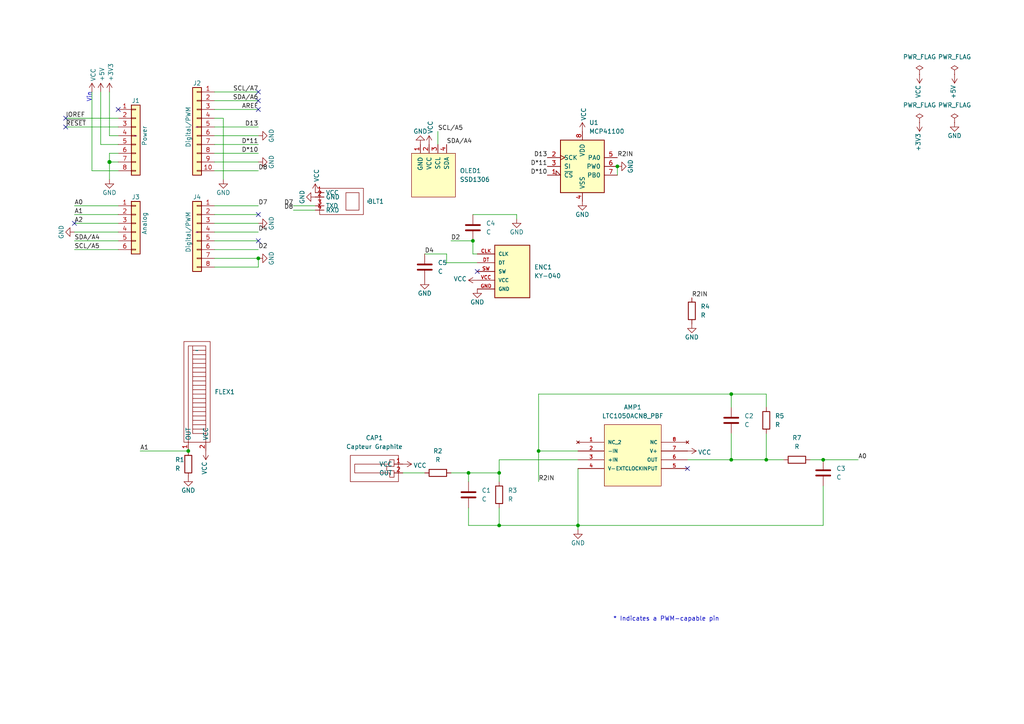
<source format=kicad_sch>
(kicad_sch (version 20230121) (generator eeschema)

  (uuid e63e39d7-6ac0-4ffd-8aa3-1841a4541b55)

  (paper "A4")

  (title_block
    (date "mar. 31 mars 2015")
  )

  (lib_symbols
    (symbol "Capteurs:Bluetooth" (in_bom yes) (on_board yes)
      (property "Reference" "BLT" (at 0 0 0)
        (effects (font (size 1.27 1.27)))
      )
      (property "Value" "" (at 0 0 0)
        (effects (font (size 1.27 1.27)))
      )
      (property "Footprint" "" (at 0 0 0)
        (effects (font (size 1.27 1.27)) hide)
      )
      (property "Datasheet" "" (at 0 0 0)
        (effects (font (size 1.27 1.27)) hide)
      )
      (symbol "Bluetooth_0_1"
        (rectangle (start -3.81 -1.27) (end 3.81 -13.97)
          (stroke (width 0) (type default))
          (fill (type none))
        )
        (rectangle (start -2.54 -2.54) (end 2.54 -6.35)
          (stroke (width 0) (type default))
          (fill (type none))
        )
      )
      (symbol "Bluetooth_1_1"
        (pin power_in line (at -2.54 -15.24 90) (length 2.54)
          (name "VCC" (effects (font (size 1.27 1.27))))
          (number "1" (effects (font (size 1.27 1.27))))
        )
        (pin power_in line (at -1.27 -15.24 90) (length 2.54)
          (name "GND" (effects (font (size 1.27 1.27))))
          (number "2" (effects (font (size 1.27 1.27))))
        )
        (pin output line (at 1.27 -15.24 90) (length 2.54)
          (name "TXD" (effects (font (size 1.27 1.27))))
          (number "3" (effects (font (size 1.27 1.27))))
        )
        (pin input line (at 2.54 -15.24 90) (length 2.54)
          (name "RXD" (effects (font (size 1.27 1.27))))
          (number "4" (effects (font (size 1.27 1.27))))
        )
      )
    )
    (symbol "Capteurs:Capteur Graphite" (in_bom yes) (on_board yes)
      (property "Reference" "CAP" (at 0 -11.43 0)
        (effects (font (size 1.27 1.27)))
      )
      (property "Value" "Capteur Graphite" (at 0 0 0)
        (effects (font (size 1.27 1.27)))
      )
      (property "Footprint" "" (at 0 0 0)
        (effects (font (size 1.27 1.27)) hide)
      )
      (property "Datasheet" "" (at 0 0 0)
        (effects (font (size 1.27 1.27)) hide)
      )
      (symbol "Capteur Graphite_0_1"
        (polyline
          (pts
            (xy -3.81 -2.54)
            (xy 3.81 -2.54)
            (xy 3.81 -16.51)
            (xy -3.81 -16.51)
            (xy -3.81 -2.54)
          )
          (stroke (width 0) (type default))
          (fill (type none))
        )
        (polyline
          (pts
            (xy -2.54 -3.81)
            (xy -2.54 -5.08)
            (xy -1.27 -5.08)
            (xy -1.27 -15.24)
            (xy 1.27 -15.24)
            (xy 1.27 -5.08)
            (xy 2.54 -5.08)
            (xy 2.54 -3.81)
            (xy 0.6367 -3.8065)
            (xy 0.6367 -5.9441)
            (xy -0.5912 -5.9441)
            (xy -0.5896 -3.81)
            (xy -2.54 -3.81)
          )
          (stroke (width 0) (type default))
          (fill (type none))
        )
      )
      (symbol "Capteur Graphite_1_1"
        (pin input line (at -1.27 -1.27 270) (length 2.54)
          (name "VCC" (effects (font (size 1.27 1.27))))
          (number "1" (effects (font (size 1.27 1.27))))
        )
        (pin output line (at 1.27 -1.27 270) (length 2.54)
          (name "OUT" (effects (font (size 1.27 1.27))))
          (number "2" (effects (font (size 1.27 1.27))))
        )
      )
    )
    (symbol "Capteurs:Capteur_Flex" (in_bom yes) (on_board yes)
      (property "Reference" "FLEX" (at 3.81 2.54 0)
        (effects (font (size 1.27 1.27)))
      )
      (property "Value" "" (at 3.81 -2.54 0)
        (effects (font (size 1.27 1.27)))
      )
      (property "Footprint" "" (at 3.81 -2.54 0)
        (effects (font (size 1.27 1.27)) hide)
      )
      (property "Datasheet" "" (at 3.81 -2.54 0)
        (effects (font (size 1.27 1.27)) hide)
      )
      (symbol "Capteur_Flex_0_1"
        (polyline
          (pts
            (xy 6.35 -29.21)
            (xy 6.35 -26.67)
          )
          (stroke (width 0) (type default))
          (fill (type none))
        )
        (polyline
          (pts
            (xy 1.27 -29.21)
            (xy 1.27 -1.27)
            (xy 6.35 -1.27)
            (xy 6.35 -2.54)
            (xy 2.54 -2.54)
            (xy 2.54 -3.81)
            (xy 6.35 -3.81)
            (xy 6.35 -5.08)
            (xy 2.54 -5.08)
            (xy 2.54 -6.35)
            (xy 6.35 -6.35)
            (xy 6.35 -7.62)
            (xy 2.54 -7.62)
            (xy 2.54 -8.89)
            (xy 6.35 -8.89)
            (xy 6.35 -10.16)
            (xy 2.54 -10.16)
            (xy 2.54 -11.43)
            (xy 6.35 -11.43)
            (xy 6.35 -12.7)
            (xy 2.54 -12.7)
            (xy 2.54 -13.97)
            (xy 6.35 -13.97)
            (xy 6.35 -15.24)
            (xy 2.54 -15.24)
            (xy 2.54 -16.51)
            (xy 6.35 -16.51)
            (xy 6.35 -17.78)
            (xy 2.54 -17.78)
            (xy 2.54 -20.32)
            (xy 6.35 -20.32)
            (xy 6.35 -19.05)
            (xy 2.54 -19.05)
            (xy 2.54 -21.59)
            (xy 6.35 -21.59)
            (xy 6.35 -22.86)
            (xy 2.54 -22.86)
            (xy 2.54 -24.13)
            (xy 6.35 -24.13)
            (xy 6.35 -25.4)
            (xy 2.54 -25.4)
            (xy 2.54 -26.67)
            (xy 3.81 -26.67)
            (xy 6.35 -26.67)
            (xy 3.81 -26.67)
            (xy 6.35 -26.67)
            (xy 6.35 -1.27)
            (xy 2.54 -1.27)
            (xy 2.54 -26.67)
          )
          (stroke (width 0) (type default))
          (fill (type none))
        )
        (rectangle (start 0 0) (end 7.62 -29.21)
          (stroke (width 0) (type default))
          (fill (type none))
        )
      )
      (symbol "Capteur_Flex_1_1"
        (pin output line (at 1.27 -31.75 90) (length 2.54)
          (name "OUT" (effects (font (size 1.27 1.27))))
          (number "1" (effects (font (size 1.27 1.27))))
        )
        (pin power_in line (at 6.35 -31.75 90) (length 2.54)
          (name "VCC" (effects (font (size 1.27 1.27))))
          (number "2" (effects (font (size 1.27 1.27))))
        )
      )
    )
    (symbol "Connector_Generic:Conn_01x06" (pin_names (offset 1.016) hide) (in_bom yes) (on_board yes)
      (property "Reference" "J" (at 0 7.62 0)
        (effects (font (size 1.27 1.27)))
      )
      (property "Value" "Conn_01x06" (at 0 -10.16 0)
        (effects (font (size 1.27 1.27)))
      )
      (property "Footprint" "" (at 0 0 0)
        (effects (font (size 1.27 1.27)) hide)
      )
      (property "Datasheet" "~" (at 0 0 0)
        (effects (font (size 1.27 1.27)) hide)
      )
      (property "ki_keywords" "connector" (at 0 0 0)
        (effects (font (size 1.27 1.27)) hide)
      )
      (property "ki_description" "Generic connector, single row, 01x06, script generated (kicad-library-utils/schlib/autogen/connector/)" (at 0 0 0)
        (effects (font (size 1.27 1.27)) hide)
      )
      (property "ki_fp_filters" "Connector*:*_1x??_*" (at 0 0 0)
        (effects (font (size 1.27 1.27)) hide)
      )
      (symbol "Conn_01x06_1_1"
        (rectangle (start -1.27 -7.493) (end 0 -7.747)
          (stroke (width 0.1524) (type default))
          (fill (type none))
        )
        (rectangle (start -1.27 -4.953) (end 0 -5.207)
          (stroke (width 0.1524) (type default))
          (fill (type none))
        )
        (rectangle (start -1.27 -2.413) (end 0 -2.667)
          (stroke (width 0.1524) (type default))
          (fill (type none))
        )
        (rectangle (start -1.27 0.127) (end 0 -0.127)
          (stroke (width 0.1524) (type default))
          (fill (type none))
        )
        (rectangle (start -1.27 2.667) (end 0 2.413)
          (stroke (width 0.1524) (type default))
          (fill (type none))
        )
        (rectangle (start -1.27 5.207) (end 0 4.953)
          (stroke (width 0.1524) (type default))
          (fill (type none))
        )
        (rectangle (start -1.27 6.35) (end 1.27 -8.89)
          (stroke (width 0.254) (type default))
          (fill (type background))
        )
        (pin passive line (at -5.08 5.08 0) (length 3.81)
          (name "Pin_1" (effects (font (size 1.27 1.27))))
          (number "1" (effects (font (size 1.27 1.27))))
        )
        (pin passive line (at -5.08 2.54 0) (length 3.81)
          (name "Pin_2" (effects (font (size 1.27 1.27))))
          (number "2" (effects (font (size 1.27 1.27))))
        )
        (pin passive line (at -5.08 0 0) (length 3.81)
          (name "Pin_3" (effects (font (size 1.27 1.27))))
          (number "3" (effects (font (size 1.27 1.27))))
        )
        (pin passive line (at -5.08 -2.54 0) (length 3.81)
          (name "Pin_4" (effects (font (size 1.27 1.27))))
          (number "4" (effects (font (size 1.27 1.27))))
        )
        (pin passive line (at -5.08 -5.08 0) (length 3.81)
          (name "Pin_5" (effects (font (size 1.27 1.27))))
          (number "5" (effects (font (size 1.27 1.27))))
        )
        (pin passive line (at -5.08 -7.62 0) (length 3.81)
          (name "Pin_6" (effects (font (size 1.27 1.27))))
          (number "6" (effects (font (size 1.27 1.27))))
        )
      )
    )
    (symbol "Connector_Generic:Conn_01x08" (pin_names (offset 1.016) hide) (in_bom yes) (on_board yes)
      (property "Reference" "J" (at 0 10.16 0)
        (effects (font (size 1.27 1.27)))
      )
      (property "Value" "Conn_01x08" (at 0 -12.7 0)
        (effects (font (size 1.27 1.27)))
      )
      (property "Footprint" "" (at 0 0 0)
        (effects (font (size 1.27 1.27)) hide)
      )
      (property "Datasheet" "~" (at 0 0 0)
        (effects (font (size 1.27 1.27)) hide)
      )
      (property "ki_keywords" "connector" (at 0 0 0)
        (effects (font (size 1.27 1.27)) hide)
      )
      (property "ki_description" "Generic connector, single row, 01x08, script generated (kicad-library-utils/schlib/autogen/connector/)" (at 0 0 0)
        (effects (font (size 1.27 1.27)) hide)
      )
      (property "ki_fp_filters" "Connector*:*_1x??_*" (at 0 0 0)
        (effects (font (size 1.27 1.27)) hide)
      )
      (symbol "Conn_01x08_1_1"
        (rectangle (start -1.27 -10.033) (end 0 -10.287)
          (stroke (width 0.1524) (type default))
          (fill (type none))
        )
        (rectangle (start -1.27 -7.493) (end 0 -7.747)
          (stroke (width 0.1524) (type default))
          (fill (type none))
        )
        (rectangle (start -1.27 -4.953) (end 0 -5.207)
          (stroke (width 0.1524) (type default))
          (fill (type none))
        )
        (rectangle (start -1.27 -2.413) (end 0 -2.667)
          (stroke (width 0.1524) (type default))
          (fill (type none))
        )
        (rectangle (start -1.27 0.127) (end 0 -0.127)
          (stroke (width 0.1524) (type default))
          (fill (type none))
        )
        (rectangle (start -1.27 2.667) (end 0 2.413)
          (stroke (width 0.1524) (type default))
          (fill (type none))
        )
        (rectangle (start -1.27 5.207) (end 0 4.953)
          (stroke (width 0.1524) (type default))
          (fill (type none))
        )
        (rectangle (start -1.27 7.747) (end 0 7.493)
          (stroke (width 0.1524) (type default))
          (fill (type none))
        )
        (rectangle (start -1.27 8.89) (end 1.27 -11.43)
          (stroke (width 0.254) (type default))
          (fill (type background))
        )
        (pin passive line (at -5.08 7.62 0) (length 3.81)
          (name "Pin_1" (effects (font (size 1.27 1.27))))
          (number "1" (effects (font (size 1.27 1.27))))
        )
        (pin passive line (at -5.08 5.08 0) (length 3.81)
          (name "Pin_2" (effects (font (size 1.27 1.27))))
          (number "2" (effects (font (size 1.27 1.27))))
        )
        (pin passive line (at -5.08 2.54 0) (length 3.81)
          (name "Pin_3" (effects (font (size 1.27 1.27))))
          (number "3" (effects (font (size 1.27 1.27))))
        )
        (pin passive line (at -5.08 0 0) (length 3.81)
          (name "Pin_4" (effects (font (size 1.27 1.27))))
          (number "4" (effects (font (size 1.27 1.27))))
        )
        (pin passive line (at -5.08 -2.54 0) (length 3.81)
          (name "Pin_5" (effects (font (size 1.27 1.27))))
          (number "5" (effects (font (size 1.27 1.27))))
        )
        (pin passive line (at -5.08 -5.08 0) (length 3.81)
          (name "Pin_6" (effects (font (size 1.27 1.27))))
          (number "6" (effects (font (size 1.27 1.27))))
        )
        (pin passive line (at -5.08 -7.62 0) (length 3.81)
          (name "Pin_7" (effects (font (size 1.27 1.27))))
          (number "7" (effects (font (size 1.27 1.27))))
        )
        (pin passive line (at -5.08 -10.16 0) (length 3.81)
          (name "Pin_8" (effects (font (size 1.27 1.27))))
          (number "8" (effects (font (size 1.27 1.27))))
        )
      )
    )
    (symbol "Connector_Generic:Conn_01x10" (pin_names (offset 1.016) hide) (in_bom yes) (on_board yes)
      (property "Reference" "J" (at 0 12.7 0)
        (effects (font (size 1.27 1.27)))
      )
      (property "Value" "Conn_01x10" (at 0 -15.24 0)
        (effects (font (size 1.27 1.27)))
      )
      (property "Footprint" "" (at 0 0 0)
        (effects (font (size 1.27 1.27)) hide)
      )
      (property "Datasheet" "~" (at 0 0 0)
        (effects (font (size 1.27 1.27)) hide)
      )
      (property "ki_keywords" "connector" (at 0 0 0)
        (effects (font (size 1.27 1.27)) hide)
      )
      (property "ki_description" "Generic connector, single row, 01x10, script generated (kicad-library-utils/schlib/autogen/connector/)" (at 0 0 0)
        (effects (font (size 1.27 1.27)) hide)
      )
      (property "ki_fp_filters" "Connector*:*_1x??_*" (at 0 0 0)
        (effects (font (size 1.27 1.27)) hide)
      )
      (symbol "Conn_01x10_1_1"
        (rectangle (start -1.27 -12.573) (end 0 -12.827)
          (stroke (width 0.1524) (type default))
          (fill (type none))
        )
        (rectangle (start -1.27 -10.033) (end 0 -10.287)
          (stroke (width 0.1524) (type default))
          (fill (type none))
        )
        (rectangle (start -1.27 -7.493) (end 0 -7.747)
          (stroke (width 0.1524) (type default))
          (fill (type none))
        )
        (rectangle (start -1.27 -4.953) (end 0 -5.207)
          (stroke (width 0.1524) (type default))
          (fill (type none))
        )
        (rectangle (start -1.27 -2.413) (end 0 -2.667)
          (stroke (width 0.1524) (type default))
          (fill (type none))
        )
        (rectangle (start -1.27 0.127) (end 0 -0.127)
          (stroke (width 0.1524) (type default))
          (fill (type none))
        )
        (rectangle (start -1.27 2.667) (end 0 2.413)
          (stroke (width 0.1524) (type default))
          (fill (type none))
        )
        (rectangle (start -1.27 5.207) (end 0 4.953)
          (stroke (width 0.1524) (type default))
          (fill (type none))
        )
        (rectangle (start -1.27 7.747) (end 0 7.493)
          (stroke (width 0.1524) (type default))
          (fill (type none))
        )
        (rectangle (start -1.27 10.287) (end 0 10.033)
          (stroke (width 0.1524) (type default))
          (fill (type none))
        )
        (rectangle (start -1.27 11.43) (end 1.27 -13.97)
          (stroke (width 0.254) (type default))
          (fill (type background))
        )
        (pin passive line (at -5.08 10.16 0) (length 3.81)
          (name "Pin_1" (effects (font (size 1.27 1.27))))
          (number "1" (effects (font (size 1.27 1.27))))
        )
        (pin passive line (at -5.08 -12.7 0) (length 3.81)
          (name "Pin_10" (effects (font (size 1.27 1.27))))
          (number "10" (effects (font (size 1.27 1.27))))
        )
        (pin passive line (at -5.08 7.62 0) (length 3.81)
          (name "Pin_2" (effects (font (size 1.27 1.27))))
          (number "2" (effects (font (size 1.27 1.27))))
        )
        (pin passive line (at -5.08 5.08 0) (length 3.81)
          (name "Pin_3" (effects (font (size 1.27 1.27))))
          (number "3" (effects (font (size 1.27 1.27))))
        )
        (pin passive line (at -5.08 2.54 0) (length 3.81)
          (name "Pin_4" (effects (font (size 1.27 1.27))))
          (number "4" (effects (font (size 1.27 1.27))))
        )
        (pin passive line (at -5.08 0 0) (length 3.81)
          (name "Pin_5" (effects (font (size 1.27 1.27))))
          (number "5" (effects (font (size 1.27 1.27))))
        )
        (pin passive line (at -5.08 -2.54 0) (length 3.81)
          (name "Pin_6" (effects (font (size 1.27 1.27))))
          (number "6" (effects (font (size 1.27 1.27))))
        )
        (pin passive line (at -5.08 -5.08 0) (length 3.81)
          (name "Pin_7" (effects (font (size 1.27 1.27))))
          (number "7" (effects (font (size 1.27 1.27))))
        )
        (pin passive line (at -5.08 -7.62 0) (length 3.81)
          (name "Pin_8" (effects (font (size 1.27 1.27))))
          (number "8" (effects (font (size 1.27 1.27))))
        )
        (pin passive line (at -5.08 -10.16 0) (length 3.81)
          (name "Pin_9" (effects (font (size 1.27 1.27))))
          (number "9" (effects (font (size 1.27 1.27))))
        )
      )
    )
    (symbol "Device:C" (pin_numbers hide) (pin_names (offset 0.254)) (in_bom yes) (on_board yes)
      (property "Reference" "C" (at 0.635 2.54 0)
        (effects (font (size 1.27 1.27)) (justify left))
      )
      (property "Value" "C" (at 0.635 -2.54 0)
        (effects (font (size 1.27 1.27)) (justify left))
      )
      (property "Footprint" "" (at 0.9652 -3.81 0)
        (effects (font (size 1.27 1.27)) hide)
      )
      (property "Datasheet" "~" (at 0 0 0)
        (effects (font (size 1.27 1.27)) hide)
      )
      (property "ki_keywords" "cap capacitor" (at 0 0 0)
        (effects (font (size 1.27 1.27)) hide)
      )
      (property "ki_description" "Unpolarized capacitor" (at 0 0 0)
        (effects (font (size 1.27 1.27)) hide)
      )
      (property "ki_fp_filters" "C_*" (at 0 0 0)
        (effects (font (size 1.27 1.27)) hide)
      )
      (symbol "C_0_1"
        (polyline
          (pts
            (xy -2.032 -0.762)
            (xy 2.032 -0.762)
          )
          (stroke (width 0.508) (type default))
          (fill (type none))
        )
        (polyline
          (pts
            (xy -2.032 0.762)
            (xy 2.032 0.762)
          )
          (stroke (width 0.508) (type default))
          (fill (type none))
        )
      )
      (symbol "C_1_1"
        (pin passive line (at 0 3.81 270) (length 2.794)
          (name "~" (effects (font (size 1.27 1.27))))
          (number "1" (effects (font (size 1.27 1.27))))
        )
        (pin passive line (at 0 -3.81 90) (length 2.794)
          (name "~" (effects (font (size 1.27 1.27))))
          (number "2" (effects (font (size 1.27 1.27))))
        )
      )
    )
    (symbol "Device:R" (pin_numbers hide) (pin_names (offset 0)) (in_bom yes) (on_board yes)
      (property "Reference" "R" (at 2.032 0 90)
        (effects (font (size 1.27 1.27)))
      )
      (property "Value" "R" (at 0 0 90)
        (effects (font (size 1.27 1.27)))
      )
      (property "Footprint" "" (at -1.778 0 90)
        (effects (font (size 1.27 1.27)) hide)
      )
      (property "Datasheet" "~" (at 0 0 0)
        (effects (font (size 1.27 1.27)) hide)
      )
      (property "ki_keywords" "R res resistor" (at 0 0 0)
        (effects (font (size 1.27 1.27)) hide)
      )
      (property "ki_description" "Resistor" (at 0 0 0)
        (effects (font (size 1.27 1.27)) hide)
      )
      (property "ki_fp_filters" "R_*" (at 0 0 0)
        (effects (font (size 1.27 1.27)) hide)
      )
      (symbol "R_0_1"
        (rectangle (start -1.016 -2.54) (end 1.016 2.54)
          (stroke (width 0.254) (type default))
          (fill (type none))
        )
      )
      (symbol "R_1_1"
        (pin passive line (at 0 3.81 270) (length 1.27)
          (name "~" (effects (font (size 1.27 1.27))))
          (number "1" (effects (font (size 1.27 1.27))))
        )
        (pin passive line (at 0 -3.81 90) (length 1.27)
          (name "~" (effects (font (size 1.27 1.27))))
          (number "2" (effects (font (size 1.27 1.27))))
        )
      )
    )
    (symbol "KY-040:KY-040" (pin_names (offset 1.016)) (in_bom yes) (on_board yes)
      (property "Reference" "U" (at -5.08 10.16 0)
        (effects (font (size 1.27 1.27)) (justify left bottom))
      )
      (property "Value" "KY-040" (at -5.08 -12.7 0)
        (effects (font (size 1.27 1.27)) (justify left bottom))
      )
      (property "Footprint" "KY-040:KY-040-PORT" (at 0 0 0)
        (effects (font (size 1.27 1.27)) (justify bottom) hide)
      )
      (property "Datasheet" "" (at 0 0 0)
        (effects (font (size 1.27 1.27)) hide)
      )
      (property "MF" "Joy-IT" (at 0 0 0)
        (effects (font (size 1.27 1.27)) (justify bottom) hide)
      )
      (property "Description" "\nKY-5.0-4P Green(RAL6018/T) ; CONTACT WITH TIN PLATED MARK\n" (at 0 0 0)
        (effects (font (size 1.27 1.27)) (justify bottom) hide)
      )
      (property "Package" "Package" (at 0 0 0)
        (effects (font (size 1.27 1.27)) (justify bottom) hide)
      )
      (property "Price" "None" (at 0 0 0)
        (effects (font (size 1.27 1.27)) (justify bottom) hide)
      )
      (property "SnapEDA_Link" "https://www.snapeda.com/parts/KY-040/Joy-IT/view-part/?ref=snap" (at 0 0 0)
        (effects (font (size 1.27 1.27)) (justify bottom) hide)
      )
      (property "MP" "KY-040" (at 0 0 0)
        (effects (font (size 1.27 1.27)) (justify bottom) hide)
      )
      (property "Availability" "Not in stock" (at 0 0 0)
        (effects (font (size 1.27 1.27)) (justify bottom) hide)
      )
      (property "Check_prices" "https://www.snapeda.com/parts/KY-040/Joy-IT/view-part/?ref=eda" (at 0 0 0)
        (effects (font (size 1.27 1.27)) (justify bottom) hide)
      )
      (symbol "KY-040_0_0"
        (rectangle (start -5.08 -7.62) (end 5.08 7.62)
          (stroke (width 0.254) (type default))
          (fill (type background))
        )
        (pin output line (at -10.16 5.08 0) (length 5.08)
          (name "CLK" (effects (font (size 1.016 1.016))))
          (number "CLK" (effects (font (size 1.016 1.016))))
        )
        (pin output line (at -10.16 2.54 0) (length 5.08)
          (name "DT" (effects (font (size 1.016 1.016))))
          (number "DT" (effects (font (size 1.016 1.016))))
        )
        (pin power_in line (at -10.16 -5.08 0) (length 5.08)
          (name "GND" (effects (font (size 1.016 1.016))))
          (number "GND" (effects (font (size 1.016 1.016))))
        )
        (pin output line (at -10.16 0 0) (length 5.08)
          (name "SW" (effects (font (size 1.016 1.016))))
          (number "SW" (effects (font (size 1.016 1.016))))
        )
        (pin power_in line (at -10.16 -2.54 0) (length 5.08)
          (name "VCC" (effects (font (size 1.016 1.016))))
          (number "VCC" (effects (font (size 1.016 1.016))))
        )
      )
    )
    (symbol "LTC1050ACN8_PBF:LTC1050ACN8_PBF" (pin_names (offset 1.016)) (in_bom yes) (on_board yes)
      (property "Reference" "U" (at 23.2285 9.1237 0)
        (effects (font (size 1.27 1.27)) (justify left bottom))
      )
      (property "Value" "LTC1050ACN8_PBF" (at 22.6204 6.5902 0)
        (effects (font (size 1.27 1.27)) (justify left bottom))
      )
      (property "Footprint" "LTC1050ACN8_PBF:PDIP-8_N" (at 0 0 0)
        (effects (font (size 1.27 1.27)) (justify bottom) hide)
      )
      (property "Datasheet" "" (at 0 0 0)
        (effects (font (size 1.27 1.27)) hide)
      )
      (property "MF" "Analog Devices" (at 0 0 0)
        (effects (font (size 1.27 1.27)) (justify bottom) hide)
      )
      (property "VENDOR" "Linear Technology" (at 0 0 0)
        (effects (font (size 1.27 1.27)) (justify bottom) hide)
      )
      (property "Description" "\nLTC1050 - Precision Zero-Drift Operational Amplifier with Internal Capacitors\n" (at -24.13 0 0)
        (effects (font (size 1.27 1.27)) (justify bottom) hide)
      )
      (property "COPYRIGHT" "Copyright C 2016 Accelerated Designs. All rights reserved" (at 0 0 0)
        (effects (font (size 1.27 1.27)) (justify bottom) hide)
      )
      (property "Package" "PDIP-8 Linear Technology" (at 0 0 0)
        (effects (font (size 1.27 1.27)) (justify bottom) hide)
      )
      (property "Price" "None" (at 0 0 0)
        (effects (font (size 1.27 1.27)) (justify bottom) hide)
      )
      (property "Check_prices" "https://www.snapeda.com/parts/LTC1050ACN8%23PBF/Analog+Devices/view-part/?ref=eda" (at -24.13 0 0)
        (effects (font (size 1.27 1.27)) (justify bottom) hide)
      )
      (property "SnapEDA_Link" "https://www.snapeda.com/parts/LTC1050ACN8%23PBF/Analog+Devices/view-part/?ref=snap" (at -24.13 0 0)
        (effects (font (size 1.27 1.27)) (justify bottom) hide)
      )
      (property "MP" "LTC1050ACN8#PBF" (at 0 0 0)
        (effects (font (size 1.27 1.27)) (justify bottom) hide)
      )
      (property "Purchase-URL" "https://www.snapeda.com/api/url_track_click_mouser/?unipart_id=855415&manufacturer=Analog Devices&part_name=LTC1050ACN8#PBF&search_term=None" (at -24.13 0 0)
        (effects (font (size 1.27 1.27)) (justify bottom) hide)
      )
      (property "Availability" "In Stock" (at 0 0 0)
        (effects (font (size 1.27 1.27)) (justify bottom) hide)
      )
      (property "MANUFACTURER_PART_NUMBER" "ltc1050acn8" (at 0 0 0)
        (effects (font (size 1.27 1.27)) (justify bottom) hide)
      )
      (symbol "LTC1050ACN8_PBF_0_0"
        (rectangle (start 7.62 5.08) (end 24.13 -12.7)
          (stroke (width 0.1524) (type default))
          (fill (type background))
        )
        (pin no_connect line (at 0 0 0) (length 7.62)
          (name "NC_2" (effects (font (size 1.016 1.016))))
          (number "1" (effects (font (size 1.016 1.016))))
        )
        (pin input line (at 0 -2.54 0) (length 7.62)
          (name "-IN" (effects (font (size 1.016 1.016))))
          (number "2" (effects (font (size 1.016 1.016))))
        )
        (pin input line (at 0 -5.08 0) (length 7.62)
          (name "+IN" (effects (font (size 1.016 1.016))))
          (number "3" (effects (font (size 1.016 1.016))))
        )
        (pin power_in line (at 0 -7.62 0) (length 7.62)
          (name "V-" (effects (font (size 1.016 1.016))))
          (number "4" (effects (font (size 1.016 1.016))))
        )
        (pin input line (at 31.75 -7.62 180) (length 7.62)
          (name "EXTCLOCKINPUT" (effects (font (size 1.016 1.016))))
          (number "5" (effects (font (size 1.016 1.016))))
        )
        (pin output line (at 31.75 -5.08 180) (length 7.62)
          (name "OUT" (effects (font (size 1.016 1.016))))
          (number "6" (effects (font (size 1.016 1.016))))
        )
        (pin power_in line (at 31.75 -2.54 180) (length 7.62)
          (name "V+" (effects (font (size 1.016 1.016))))
          (number "7" (effects (font (size 1.016 1.016))))
        )
        (pin no_connect line (at 31.75 0 180) (length 7.62)
          (name "NC" (effects (font (size 1.016 1.016))))
          (number "8" (effects (font (size 1.016 1.016))))
        )
      )
    )
    (symbol "Potentiometer_Digital:MCP41100" (pin_names (offset 1.016)) (in_bom yes) (on_board yes)
      (property "Reference" "U" (at -6.35 8.89 0)
        (effects (font (size 1.27 1.27)) (justify left))
      )
      (property "Value" "MCP41100" (at 1.27 8.89 0)
        (effects (font (size 1.27 1.27)) (justify left))
      )
      (property "Footprint" "" (at 0 0 0)
        (effects (font (size 1.27 1.27)) hide)
      )
      (property "Datasheet" "http://ww1.microchip.com/downloads/en/DeviceDoc/11195c.pdf" (at 0 0 0)
        (effects (font (size 1.27 1.27)) hide)
      )
      (property "ki_keywords" "R POT" (at 0 0 0)
        (effects (font (size 1.27 1.27)) hide)
      )
      (property "ki_description" "Single Digital Potentiometer, SPI interface, 256 taps, 100 kohm" (at 0 0 0)
        (effects (font (size 1.27 1.27)) hide)
      )
      (property "ki_fp_filters" "DIP*W7.62mm* SOIC*P1.27mm*" (at 0 0 0)
        (effects (font (size 1.27 1.27)) hide)
      )
      (symbol "MCP41100_0_1"
        (rectangle (start -6.35 7.62) (end 6.35 -7.62)
          (stroke (width 0.254) (type default))
          (fill (type background))
        )
      )
      (symbol "MCP41100_1_1"
        (pin input input_low (at -10.16 -2.54 0) (length 3.81)
          (name "~{CS}" (effects (font (size 1.27 1.27))))
          (number "1" (effects (font (size 1.27 1.27))))
        )
        (pin passive clock (at -10.16 2.54 0) (length 3.81)
          (name "SCK" (effects (font (size 1.27 1.27))))
          (number "2" (effects (font (size 1.27 1.27))))
        )
        (pin input line (at -10.16 0 0) (length 3.81)
          (name "SI" (effects (font (size 1.27 1.27))))
          (number "3" (effects (font (size 1.27 1.27))))
        )
        (pin power_in line (at 0 -10.16 90) (length 2.54)
          (name "VSS" (effects (font (size 1.27 1.27))))
          (number "4" (effects (font (size 1.27 1.27))))
        )
        (pin passive line (at 10.16 2.54 180) (length 3.81)
          (name "PA0" (effects (font (size 1.27 1.27))))
          (number "5" (effects (font (size 1.27 1.27))))
        )
        (pin passive line (at 10.16 0 180) (length 3.81)
          (name "PW0" (effects (font (size 1.27 1.27))))
          (number "6" (effects (font (size 1.27 1.27))))
        )
        (pin passive line (at 10.16 -2.54 180) (length 3.81)
          (name "PB0" (effects (font (size 1.27 1.27))))
          (number "7" (effects (font (size 1.27 1.27))))
        )
        (pin power_in line (at 0 10.16 270) (length 2.54)
          (name "VDD" (effects (font (size 1.27 1.27))))
          (number "8" (effects (font (size 1.27 1.27))))
        )
      )
    )
    (symbol "SSD1306-128x64_OLED:SSD1306" (pin_names (offset 1.016)) (in_bom yes) (on_board yes)
      (property "Reference" "Brd" (at 0 -3.81 0)
        (effects (font (size 1.27 1.27)))
      )
      (property "Value" "SSD1306" (at 0 -1.27 0)
        (effects (font (size 1.27 1.27)))
      )
      (property "Footprint" "" (at 0 6.35 0)
        (effects (font (size 1.27 1.27)) hide)
      )
      (property "Datasheet" "" (at 0 6.35 0)
        (effects (font (size 1.27 1.27)) hide)
      )
      (property "ki_keywords" "SSD1306" (at 0 0 0)
        (effects (font (size 1.27 1.27)) hide)
      )
      (property "ki_description" "SSD1306 OLED" (at 0 0 0)
        (effects (font (size 1.27 1.27)) hide)
      )
      (property "ki_fp_filters" "SSD1306-128x64_OLED:SSD1306" (at 0 0 0)
        (effects (font (size 1.27 1.27)) hide)
      )
      (symbol "SSD1306_0_1"
        (rectangle (start -6.35 6.35) (end 6.35 -6.35)
          (stroke (width 0) (type solid))
          (fill (type background))
        )
      )
      (symbol "SSD1306_1_1"
        (pin input line (at -3.81 8.89 270) (length 2.54)
          (name "GND" (effects (font (size 1.27 1.27))))
          (number "1" (effects (font (size 1.27 1.27))))
        )
        (pin input line (at -1.27 8.89 270) (length 2.54)
          (name "VCC" (effects (font (size 1.27 1.27))))
          (number "2" (effects (font (size 1.27 1.27))))
        )
        (pin input line (at 1.27 8.89 270) (length 2.54)
          (name "SCL" (effects (font (size 1.27 1.27))))
          (number "3" (effects (font (size 1.27 1.27))))
        )
        (pin input line (at 3.81 8.89 270) (length 2.54)
          (name "SDA" (effects (font (size 1.27 1.27))))
          (number "4" (effects (font (size 1.27 1.27))))
        )
      )
    )
    (symbol "power:+3V3" (power) (pin_names (offset 0)) (in_bom yes) (on_board yes)
      (property "Reference" "#PWR" (at 0 -3.81 0)
        (effects (font (size 1.27 1.27)) hide)
      )
      (property "Value" "+3V3" (at 0 3.556 0)
        (effects (font (size 1.27 1.27)))
      )
      (property "Footprint" "" (at 0 0 0)
        (effects (font (size 1.27 1.27)) hide)
      )
      (property "Datasheet" "" (at 0 0 0)
        (effects (font (size 1.27 1.27)) hide)
      )
      (property "ki_keywords" "global power" (at 0 0 0)
        (effects (font (size 1.27 1.27)) hide)
      )
      (property "ki_description" "Power symbol creates a global label with name \"+3V3\"" (at 0 0 0)
        (effects (font (size 1.27 1.27)) hide)
      )
      (symbol "+3V3_0_1"
        (polyline
          (pts
            (xy -0.762 1.27)
            (xy 0 2.54)
          )
          (stroke (width 0) (type default))
          (fill (type none))
        )
        (polyline
          (pts
            (xy 0 0)
            (xy 0 2.54)
          )
          (stroke (width 0) (type default))
          (fill (type none))
        )
        (polyline
          (pts
            (xy 0 2.54)
            (xy 0.762 1.27)
          )
          (stroke (width 0) (type default))
          (fill (type none))
        )
      )
      (symbol "+3V3_1_1"
        (pin power_in line (at 0 0 90) (length 0) hide
          (name "+3V3" (effects (font (size 1.27 1.27))))
          (number "1" (effects (font (size 1.27 1.27))))
        )
      )
    )
    (symbol "power:+5V" (power) (pin_names (offset 0)) (in_bom yes) (on_board yes)
      (property "Reference" "#PWR" (at 0 -3.81 0)
        (effects (font (size 1.27 1.27)) hide)
      )
      (property "Value" "+5V" (at 0 3.556 0)
        (effects (font (size 1.27 1.27)))
      )
      (property "Footprint" "" (at 0 0 0)
        (effects (font (size 1.27 1.27)) hide)
      )
      (property "Datasheet" "" (at 0 0 0)
        (effects (font (size 1.27 1.27)) hide)
      )
      (property "ki_keywords" "global power" (at 0 0 0)
        (effects (font (size 1.27 1.27)) hide)
      )
      (property "ki_description" "Power symbol creates a global label with name \"+5V\"" (at 0 0 0)
        (effects (font (size 1.27 1.27)) hide)
      )
      (symbol "+5V_0_1"
        (polyline
          (pts
            (xy -0.762 1.27)
            (xy 0 2.54)
          )
          (stroke (width 0) (type default))
          (fill (type none))
        )
        (polyline
          (pts
            (xy 0 0)
            (xy 0 2.54)
          )
          (stroke (width 0) (type default))
          (fill (type none))
        )
        (polyline
          (pts
            (xy 0 2.54)
            (xy 0.762 1.27)
          )
          (stroke (width 0) (type default))
          (fill (type none))
        )
      )
      (symbol "+5V_1_1"
        (pin power_in line (at 0 0 90) (length 0) hide
          (name "+5V" (effects (font (size 1.27 1.27))))
          (number "1" (effects (font (size 1.27 1.27))))
        )
      )
    )
    (symbol "power:GND" (power) (pin_names (offset 0)) (in_bom yes) (on_board yes)
      (property "Reference" "#PWR" (at 0 -6.35 0)
        (effects (font (size 1.27 1.27)) hide)
      )
      (property "Value" "GND" (at 0 -3.81 0)
        (effects (font (size 1.27 1.27)))
      )
      (property "Footprint" "" (at 0 0 0)
        (effects (font (size 1.27 1.27)) hide)
      )
      (property "Datasheet" "" (at 0 0 0)
        (effects (font (size 1.27 1.27)) hide)
      )
      (property "ki_keywords" "global power" (at 0 0 0)
        (effects (font (size 1.27 1.27)) hide)
      )
      (property "ki_description" "Power symbol creates a global label with name \"GND\" , ground" (at 0 0 0)
        (effects (font (size 1.27 1.27)) hide)
      )
      (symbol "GND_0_1"
        (polyline
          (pts
            (xy 0 0)
            (xy 0 -1.27)
            (xy 1.27 -1.27)
            (xy 0 -2.54)
            (xy -1.27 -1.27)
            (xy 0 -1.27)
          )
          (stroke (width 0) (type default))
          (fill (type none))
        )
      )
      (symbol "GND_1_1"
        (pin power_in line (at 0 0 270) (length 0) hide
          (name "GND" (effects (font (size 1.27 1.27))))
          (number "1" (effects (font (size 1.27 1.27))))
        )
      )
    )
    (symbol "power:PWR_FLAG" (power) (pin_numbers hide) (pin_names (offset 0) hide) (in_bom yes) (on_board yes)
      (property "Reference" "#FLG" (at 0 1.905 0)
        (effects (font (size 1.27 1.27)) hide)
      )
      (property "Value" "PWR_FLAG" (at 0 3.81 0)
        (effects (font (size 1.27 1.27)))
      )
      (property "Footprint" "" (at 0 0 0)
        (effects (font (size 1.27 1.27)) hide)
      )
      (property "Datasheet" "~" (at 0 0 0)
        (effects (font (size 1.27 1.27)) hide)
      )
      (property "ki_keywords" "flag power" (at 0 0 0)
        (effects (font (size 1.27 1.27)) hide)
      )
      (property "ki_description" "Special symbol for telling ERC where power comes from" (at 0 0 0)
        (effects (font (size 1.27 1.27)) hide)
      )
      (symbol "PWR_FLAG_0_0"
        (pin power_out line (at 0 0 90) (length 0)
          (name "pwr" (effects (font (size 1.27 1.27))))
          (number "1" (effects (font (size 1.27 1.27))))
        )
      )
      (symbol "PWR_FLAG_0_1"
        (polyline
          (pts
            (xy 0 0)
            (xy 0 1.27)
            (xy -1.016 1.905)
            (xy 0 2.54)
            (xy 1.016 1.905)
            (xy 0 1.27)
          )
          (stroke (width 0) (type default))
          (fill (type none))
        )
      )
    )
    (symbol "power:VCC" (power) (pin_names (offset 0)) (in_bom yes) (on_board yes)
      (property "Reference" "#PWR" (at 0 -3.81 0)
        (effects (font (size 1.27 1.27)) hide)
      )
      (property "Value" "VCC" (at 0 3.81 0)
        (effects (font (size 1.27 1.27)))
      )
      (property "Footprint" "" (at 0 0 0)
        (effects (font (size 1.27 1.27)) hide)
      )
      (property "Datasheet" "" (at 0 0 0)
        (effects (font (size 1.27 1.27)) hide)
      )
      (property "ki_keywords" "global power" (at 0 0 0)
        (effects (font (size 1.27 1.27)) hide)
      )
      (property "ki_description" "Power symbol creates a global label with name \"VCC\"" (at 0 0 0)
        (effects (font (size 1.27 1.27)) hide)
      )
      (symbol "VCC_0_1"
        (polyline
          (pts
            (xy -0.762 1.27)
            (xy 0 2.54)
          )
          (stroke (width 0) (type default))
          (fill (type none))
        )
        (polyline
          (pts
            (xy 0 0)
            (xy 0 2.54)
          )
          (stroke (width 0) (type default))
          (fill (type none))
        )
        (polyline
          (pts
            (xy 0 2.54)
            (xy 0.762 1.27)
          )
          (stroke (width 0) (type default))
          (fill (type none))
        )
      )
      (symbol "VCC_1_1"
        (pin power_in line (at 0 0 90) (length 0) hide
          (name "VCC" (effects (font (size 1.27 1.27))))
          (number "1" (effects (font (size 1.27 1.27))))
        )
      )
    )
  )

  (junction (at 212.09 133.35) (diameter 0) (color 0 0 0 0)
    (uuid 0f8394b0-c149-47a7-9c0d-daa7d1ac214b)
  )
  (junction (at 144.78 137.16) (diameter 0) (color 0 0 0 0)
    (uuid 15f22c9d-b125-418c-9547-2a3addb72954)
  )
  (junction (at 167.64 152.4) (diameter 0) (color 0 0 0 0)
    (uuid 1e468f5e-70fd-4971-99e0-58e35a28ed73)
  )
  (junction (at 144.78 152.4) (diameter 0) (color 0 0 0 0)
    (uuid 319c1444-d46d-465e-8475-ff9bca305085)
  )
  (junction (at 31.75 46.99) (diameter 1.016) (color 0 0 0 0)
    (uuid 3dcc657b-55a1-48e0-9667-e01e7b6b08b5)
  )
  (junction (at 212.09 114.3) (diameter 0) (color 0 0 0 0)
    (uuid 5837583d-20bb-49d4-b103-aecac308c12d)
  )
  (junction (at 137.16 69.85) (diameter 0) (color 0 0 0 0)
    (uuid 59dae63e-85b9-4447-9947-7e8f24395029)
  )
  (junction (at 135.89 137.16) (diameter 0) (color 0 0 0 0)
    (uuid 65c40858-7000-4ad5-8acd-e3500a293e38)
  )
  (junction (at 222.25 133.35) (diameter 0) (color 0 0 0 0)
    (uuid 6c94f98d-3734-406d-99a7-f10da300857a)
  )
  (junction (at 74.93 74.93) (diameter 0) (color 0 0 0 0)
    (uuid a60acfb2-79f9-4dfa-a4ca-22e79a6bde62)
  )
  (junction (at 54.61 130.81) (diameter 0) (color 0 0 0 0)
    (uuid b0c61ecd-4342-4336-a9cd-360801d28046)
  )
  (junction (at 238.76 133.35) (diameter 0) (color 0 0 0 0)
    (uuid d4081390-457c-42ef-a458-e88f8d9f6439)
  )
  (junction (at 179.07 48.26) (diameter 0) (color 0 0 0 0)
    (uuid ecec0b25-e8de-4e32-ada7-d2b6c04b0b8c)
  )
  (junction (at 156.21 130.81) (diameter 0) (color 0 0 0 0)
    (uuid f232f229-188f-4411-b5b4-e874e58d9014)
  )

  (no_connect (at 74.93 29.21) (uuid 0238e4c5-de39-4570-816d-05bf9be568ae))
  (no_connect (at 199.39 135.89) (uuid 32d6c625-f988-4b1a-8372-1d977a986664))
  (no_connect (at 74.93 62.23) (uuid 4b940289-325b-4bff-8f87-148df614c05a))
  (no_connect (at 19.05 34.29) (uuid 55ded0d8-0855-4011-81fb-545dec5bd5ba))
  (no_connect (at 21.59 64.77) (uuid 597a3347-601d-42a3-968c-959e32a7e45d))
  (no_connect (at 74.93 26.67) (uuid a3c3801a-af12-4fe2-b0b9-b3d65130fdf9))
  (no_connect (at 74.93 69.85) (uuid b7a6cc1a-e4bb-42af-9d12-af4940def6a8))
  (no_connect (at 34.29 31.75) (uuid d181157c-7812-47e5-a0cf-9580c905fc86))
  (no_connect (at 138.43 78.74) (uuid d275052e-600c-4e1f-a158-b795b5fe3745))
  (no_connect (at 74.93 31.75) (uuid e22ca807-2ec4-40e6-aee0-5f51eefab773))
  (no_connect (at 19.05 36.83) (uuid ebb0ba7a-31c6-4dc8-8589-46196e204a0e))

  (wire (pts (xy 62.23 77.47) (xy 74.93 77.47))
    (stroke (width 0) (type solid))
    (uuid 010ba307-2067-49d3-b0fa-6414143f3fc2)
  )
  (wire (pts (xy 62.23 44.45) (xy 74.93 44.45))
    (stroke (width 0) (type solid))
    (uuid 09480ba4-37da-45e3-b9fe-6beebf876349)
  )
  (wire (pts (xy 62.23 26.67) (xy 74.93 26.67))
    (stroke (width 0) (type solid))
    (uuid 0f5d2189-4ead-42fa-8f7a-cfa3af4de132)
  )
  (wire (pts (xy 212.09 114.3) (xy 222.25 114.3))
    (stroke (width 0) (type default))
    (uuid 116a00f9-2509-4752-8e31-008efa9f7215)
  )
  (wire (pts (xy 222.25 114.3) (xy 222.25 118.11))
    (stroke (width 0) (type default))
    (uuid 129c4a3b-78df-4d0d-b14e-1539b0a624ff)
  )
  (wire (pts (xy 212.09 114.3) (xy 212.09 118.11))
    (stroke (width 0) (type default))
    (uuid 15a48e08-80ca-43bf-9bac-eadee6d12166)
  )
  (wire (pts (xy 31.75 44.45) (xy 31.75 46.99))
    (stroke (width 0) (type solid))
    (uuid 1c31b835-925f-4a5c-92df-8f2558bb711b)
  )
  (wire (pts (xy 21.59 72.39) (xy 34.29 72.39))
    (stroke (width 0) (type solid))
    (uuid 20854542-d0b0-4be7-af02-0e5fceb34e01)
  )
  (wire (pts (xy 156.21 130.81) (xy 156.21 139.7))
    (stroke (width 0) (type default))
    (uuid 22a6c768-7f3e-4d0f-aa82-6d279d72f37e)
  )
  (wire (pts (xy 31.75 46.99) (xy 31.75 52.07))
    (stroke (width 0) (type solid))
    (uuid 2df788b2-ce68-49bc-a497-4b6570a17f30)
  )
  (wire (pts (xy 31.75 39.37) (xy 34.29 39.37))
    (stroke (width 0) (type solid))
    (uuid 3334b11d-5a13-40b4-a117-d693c543e4ab)
  )
  (wire (pts (xy 149.86 62.23) (xy 149.86 63.5))
    (stroke (width 0) (type default))
    (uuid 336070a0-4f82-437e-abb6-b895e54c6567)
  )
  (wire (pts (xy 29.21 41.91) (xy 34.29 41.91))
    (stroke (width 0) (type solid))
    (uuid 3661f80c-fef8-4441-83be-df8930b3b45e)
  )
  (wire (pts (xy 129.54 73.66) (xy 129.54 76.2))
    (stroke (width 0) (type default))
    (uuid 38091cb6-3cd3-4e1b-961e-c4ee7f38c218)
  )
  (wire (pts (xy 29.21 26.67) (xy 29.21 41.91))
    (stroke (width 0) (type solid))
    (uuid 392bf1f6-bf67-427d-8d4c-0a87cb757556)
  )
  (wire (pts (xy 167.64 152.4) (xy 167.64 135.89))
    (stroke (width 0) (type default))
    (uuid 394f8a0c-3a77-4bb7-b0a2-b9c09ab13adc)
  )
  (wire (pts (xy 62.23 36.83) (xy 74.93 36.83))
    (stroke (width 0) (type solid))
    (uuid 4227fa6f-c399-4f14-8228-23e39d2b7e7d)
  )
  (wire (pts (xy 31.75 26.67) (xy 31.75 39.37))
    (stroke (width 0) (type solid))
    (uuid 442fb4de-4d55-45de-bc27-3e6222ceb890)
  )
  (wire (pts (xy 34.29 59.69) (xy 21.59 59.69))
    (stroke (width 0) (type solid))
    (uuid 486ca832-85f4-4989-b0f4-569faf9be534)
  )
  (wire (pts (xy 62.23 39.37) (xy 74.93 39.37))
    (stroke (width 0) (type solid))
    (uuid 4a910b57-a5cd-4105-ab4f-bde2a80d4f00)
  )
  (wire (pts (xy 135.89 152.4) (xy 144.78 152.4))
    (stroke (width 0) (type default))
    (uuid 4c9a406a-9846-4b7b-8693-b7486552f1d8)
  )
  (wire (pts (xy 138.43 73.66) (xy 137.16 73.66))
    (stroke (width 0) (type default))
    (uuid 4dc0b157-9970-4b76-a990-dfefbea3d08d)
  )
  (wire (pts (xy 62.23 62.23) (xy 74.93 62.23))
    (stroke (width 0) (type solid))
    (uuid 4e60e1af-19bd-45a0-b418-b7030b594dde)
  )
  (wire (pts (xy 123.19 73.66) (xy 129.54 73.66))
    (stroke (width 0) (type default))
    (uuid 553d69bb-aecb-4541-ae99-66db41790e2e)
  )
  (wire (pts (xy 167.64 130.81) (xy 156.21 130.81))
    (stroke (width 0) (type default))
    (uuid 574c7e90-3e93-4e1d-bc87-909ff931fb6d)
  )
  (wire (pts (xy 167.64 153.67) (xy 167.64 152.4))
    (stroke (width 0) (type default))
    (uuid 61e0dc26-0446-48b7-b6be-4d2dabfc16f4)
  )
  (wire (pts (xy 62.23 46.99) (xy 74.93 46.99))
    (stroke (width 0) (type solid))
    (uuid 63f2b71b-521b-4210-bf06-ed65e330fccc)
  )
  (wire (pts (xy 222.25 133.35) (xy 227.33 133.35))
    (stroke (width 0) (type default))
    (uuid 69ff285d-25ad-49d9-9ca9-e31fa1ee7b45)
  )
  (wire (pts (xy 62.23 67.31) (xy 74.93 67.31))
    (stroke (width 0) (type solid))
    (uuid 6bb3ea5f-9e60-4add-9d97-244be2cf61d2)
  )
  (wire (pts (xy 144.78 137.16) (xy 144.78 139.7))
    (stroke (width 0) (type default))
    (uuid 71fbaa66-b3b7-4528-b65d-d2a8555c563e)
  )
  (wire (pts (xy 19.05 34.29) (xy 34.29 34.29))
    (stroke (width 0) (type solid))
    (uuid 73d4774c-1387-4550-b580-a1cc0ac89b89)
  )
  (wire (pts (xy 62.23 49.53) (xy 74.93 49.53))
    (stroke (width 0) (type default))
    (uuid 753278ad-9f5a-445d-8c55-ae7a8b87cd02)
  )
  (wire (pts (xy 222.25 125.73) (xy 222.25 133.35))
    (stroke (width 0) (type default))
    (uuid 7c211f37-4590-42ae-a660-6b8e874af3d5)
  )
  (wire (pts (xy 199.39 133.35) (xy 212.09 133.35))
    (stroke (width 0) (type default))
    (uuid 802f19c4-91c0-490d-aacd-7f876ef58e96)
  )
  (wire (pts (xy 238.76 140.97) (xy 238.76 152.4))
    (stroke (width 0) (type default))
    (uuid 81d093fb-a835-497c-b23c-7f777d28d90e)
  )
  (wire (pts (xy 64.77 34.29) (xy 64.77 52.07))
    (stroke (width 0) (type solid))
    (uuid 84ce350c-b0c1-4e69-9ab2-f7ec7b8bb312)
  )
  (wire (pts (xy 62.23 31.75) (xy 74.93 31.75))
    (stroke (width 0) (type solid))
    (uuid 8a3d35a2-f0f6-4dec-a606-7c8e288ca828)
  )
  (wire (pts (xy 85.09 60.96) (xy 91.44 60.96))
    (stroke (width 0) (type default))
    (uuid 8cb88346-222e-40af-9e1b-413fb600d683)
  )
  (wire (pts (xy 212.09 125.73) (xy 212.09 133.35))
    (stroke (width 0) (type default))
    (uuid 8dc49dca-c752-46cf-9d93-8028fb402617)
  )
  (wire (pts (xy 137.16 73.66) (xy 137.16 69.85))
    (stroke (width 0) (type default))
    (uuid 8f6887ab-6c05-4a34-a2c5-d699add8c318)
  )
  (wire (pts (xy 34.29 64.77) (xy 21.59 64.77))
    (stroke (width 0) (type solid))
    (uuid 9377eb1a-3b12-438c-8ebd-f86ace1e8d25)
  )
  (wire (pts (xy 19.05 36.83) (xy 34.29 36.83))
    (stroke (width 0) (type solid))
    (uuid 93e52853-9d1e-4afe-aee8-b825ab9f5d09)
  )
  (wire (pts (xy 34.29 46.99) (xy 31.75 46.99))
    (stroke (width 0) (type solid))
    (uuid 97df9ac9-dbb8-472e-b84f-3684d0eb5efc)
  )
  (wire (pts (xy 144.78 147.32) (xy 144.78 152.4))
    (stroke (width 0) (type default))
    (uuid 9b744b0c-cd7c-4345-9647-0c7b751ed8e1)
  )
  (wire (pts (xy 234.95 133.35) (xy 238.76 133.35))
    (stroke (width 0) (type default))
    (uuid 9d622d0e-31ff-4f42-ad66-98969a37de12)
  )
  (wire (pts (xy 129.54 76.2) (xy 138.43 76.2))
    (stroke (width 0) (type default))
    (uuid a0fbab14-cd6f-43d9-b027-fa9f50d17d49)
  )
  (wire (pts (xy 238.76 133.35) (xy 248.92 133.35))
    (stroke (width 0) (type default))
    (uuid a3514d75-1935-4c24-a1bb-16ebab2e54de)
  )
  (wire (pts (xy 156.21 114.3) (xy 212.09 114.3))
    (stroke (width 0) (type default))
    (uuid a416871a-5b67-49e1-9c69-54f7ec90c39b)
  )
  (wire (pts (xy 179.07 48.26) (xy 179.07 50.8))
    (stroke (width 0) (type default))
    (uuid a6e829fb-4f8b-4caf-8e2c-b0f719565192)
  )
  (wire (pts (xy 34.29 49.53) (xy 26.67 49.53))
    (stroke (width 0) (type solid))
    (uuid a7518f9d-05df-4211-ba17-5d615f04ec46)
  )
  (wire (pts (xy 156.21 130.81) (xy 156.21 114.3))
    (stroke (width 0) (type default))
    (uuid a7a7c64b-ab1e-46fb-90fb-a9a11549246e)
  )
  (wire (pts (xy 135.89 137.16) (xy 144.78 137.16))
    (stroke (width 0) (type default))
    (uuid aa742bf4-c43c-4a08-86e4-da6cd03a32cf)
  )
  (wire (pts (xy 137.16 62.23) (xy 149.86 62.23))
    (stroke (width 0) (type default))
    (uuid acfd57f0-ddf1-45c2-acfe-cb2eec431a20)
  )
  (wire (pts (xy 74.93 74.93) (xy 74.93 77.47))
    (stroke (width 0) (type default))
    (uuid b0eb32d6-220b-473b-a9ed-57830b2b6722)
  )
  (wire (pts (xy 21.59 62.23) (xy 34.29 62.23))
    (stroke (width 0) (type default))
    (uuid b72a1a0d-558f-4e63-b899-7d5eb0e50e5e)
  )
  (wire (pts (xy 62.23 34.29) (xy 64.77 34.29))
    (stroke (width 0) (type solid))
    (uuid bcbc7302-8a54-4b9b-98b9-f277f1b20941)
  )
  (wire (pts (xy 144.78 152.4) (xy 167.64 152.4))
    (stroke (width 0) (type default))
    (uuid bce2d802-5796-4b74-9386-d1984b45ee52)
  )
  (wire (pts (xy 135.89 137.16) (xy 135.89 139.7))
    (stroke (width 0) (type default))
    (uuid c02a7976-9b72-4a5e-871e-ba04f229c5e7)
  )
  (wire (pts (xy 34.29 44.45) (xy 31.75 44.45))
    (stroke (width 0) (type solid))
    (uuid c12796ad-cf20-466f-9ab3-9cf441392c32)
  )
  (wire (pts (xy 127 38.1) (xy 127 41.91))
    (stroke (width 0) (type default))
    (uuid c65e9c59-8781-4653-ada8-873a606a1983)
  )
  (wire (pts (xy 62.23 41.91) (xy 74.93 41.91))
    (stroke (width 0) (type solid))
    (uuid c722a1ff-12f1-49e5-88a4-44ffeb509ca2)
  )
  (wire (pts (xy 135.89 147.32) (xy 135.89 152.4))
    (stroke (width 0) (type default))
    (uuid c8b5a2c3-5ab6-44eb-b7c2-2ddb595d6e8c)
  )
  (wire (pts (xy 144.78 133.35) (xy 167.64 133.35))
    (stroke (width 0) (type default))
    (uuid cc9823e6-5f9b-4a88-a89f-77ca95cf6914)
  )
  (wire (pts (xy 62.23 64.77) (xy 74.93 64.77))
    (stroke (width 0) (type solid))
    (uuid cfe99980-2d98-4372-b495-04c53027340b)
  )
  (wire (pts (xy 85.09 59.69) (xy 91.44 59.69))
    (stroke (width 0) (type default))
    (uuid cff12667-eb39-41a4-aa70-38f51056a8d6)
  )
  (wire (pts (xy 21.59 67.31) (xy 34.29 67.31))
    (stroke (width 0) (type solid))
    (uuid d3042136-2605-44b2-aebb-5484a9c90933)
  )
  (wire (pts (xy 144.78 137.16) (xy 144.78 133.35))
    (stroke (width 0) (type default))
    (uuid d3c785fe-73f8-4c7c-a111-bea37c2a14ae)
  )
  (wire (pts (xy 40.64 130.81) (xy 54.61 130.81))
    (stroke (width 0) (type default))
    (uuid d3e4f476-1d0d-47c0-a61f-998eff73d06c)
  )
  (wire (pts (xy 116.84 137.16) (xy 123.19 137.16))
    (stroke (width 0) (type default))
    (uuid d4618bb7-6c50-4299-be24-bd7ae4e3ba14)
  )
  (wire (pts (xy 130.81 137.16) (xy 135.89 137.16))
    (stroke (width 0) (type default))
    (uuid e167f426-df4d-4271-b432-856000e27903)
  )
  (wire (pts (xy 62.23 29.21) (xy 74.93 29.21))
    (stroke (width 0) (type solid))
    (uuid e7278977-132b-4777-9eb4-7d93363a4379)
  )
  (wire (pts (xy 62.23 72.39) (xy 74.93 72.39))
    (stroke (width 0) (type solid))
    (uuid e9bdd59b-3252-4c44-a357-6fa1af0c210c)
  )
  (wire (pts (xy 62.23 69.85) (xy 74.93 69.85))
    (stroke (width 0) (type solid))
    (uuid ec76dcc9-9949-4dda-bd76-046204829cb4)
  )
  (wire (pts (xy 238.76 152.4) (xy 167.64 152.4))
    (stroke (width 0) (type default))
    (uuid ee6bdeef-ab29-42fb-9a91-e047849a7504)
  )
  (wire (pts (xy 212.09 133.35) (xy 222.25 133.35))
    (stroke (width 0) (type default))
    (uuid f085b554-2030-412f-8ccb-64a718817483)
  )
  (wire (pts (xy 62.23 59.69) (xy 74.93 59.69))
    (stroke (width 0) (type default))
    (uuid f402e1ad-69f6-4c91-a589-497d7d01d9cc)
  )
  (wire (pts (xy 62.23 74.93) (xy 74.93 74.93))
    (stroke (width 0) (type solid))
    (uuid f853d1d4-c722-44df-98bf-4a6114204628)
  )
  (wire (pts (xy 26.67 49.53) (xy 26.67 26.67))
    (stroke (width 0) (type solid))
    (uuid f8de70cd-e47d-4e80-8f3a-077e9df93aa8)
  )
  (wire (pts (xy 34.29 69.85) (xy 21.59 69.85))
    (stroke (width 0) (type solid))
    (uuid fc39c32d-65b8-4d16-9db5-de89c54a1206)
  )
  (wire (pts (xy 130.81 69.85) (xy 137.16 69.85))
    (stroke (width 0) (type default))
    (uuid fdc399e1-9e7a-4841-8b25-d15d9f80e84b)
  )

  (text "* Indicates a PWM-capable pin" (at 177.8 180.34 0)
    (effects (font (size 1.27 1.27)) (justify left bottom))
    (uuid c364973a-9a67-4667-8185-a3a5c6c6cbdf)
  )
  (text "Vin" (at 26.67 26.67 90)
    (effects (font (size 1.27 1.27)) (justify right bottom))
    (uuid fac06cae-41b2-4296-ad0d-e9fbfaa0b58a)
  )

  (label "D4" (at 123.19 73.66 0) (fields_autoplaced)
    (effects (font (size 1.27 1.27)) (justify left bottom))
    (uuid 051da709-9903-4c58-a43b-df8e78009d0e)
  )
  (label "A2" (at 21.59 64.77 0) (fields_autoplaced)
    (effects (font (size 1.27 1.27)) (justify left bottom))
    (uuid 09251fd4-af37-4d86-8951-1faaac710ffa)
  )
  (label "D*11" (at 158.75 48.26 180) (fields_autoplaced)
    (effects (font (size 1.27 1.27)) (justify right bottom))
    (uuid 12e62b4f-079e-457a-b3ea-512daa169177)
  )
  (label "D13" (at 74.93 36.83 180) (fields_autoplaced)
    (effects (font (size 1.27 1.27)) (justify right bottom))
    (uuid 35bc5b35-b7b2-44d5-bbed-557f428649b2)
  )
  (label "D8" (at 85.09 60.96 180) (fields_autoplaced)
    (effects (font (size 1.27 1.27)) (justify right bottom))
    (uuid 48653628-d60b-499c-9627-825b2c5fd7fb)
  )
  (label "~{RESET}" (at 19.05 36.83 0) (fields_autoplaced)
    (effects (font (size 1.27 1.27)) (justify left bottom))
    (uuid 49585dba-cfa7-4813-841e-9d900d43ecf4)
  )
  (label "D*10" (at 74.93 44.45 180) (fields_autoplaced)
    (effects (font (size 1.27 1.27)) (justify right bottom))
    (uuid 54be04e4-fffa-4f7f-8a5f-d0de81314e8f)
  )
  (label "R2IN" (at 200.66 86.36 0) (fields_autoplaced)
    (effects (font (size 1.27 1.27)) (justify left bottom))
    (uuid 62531ec5-b2cf-4c2b-8efe-9e1cfc1b96c9)
  )
  (label "D4" (at 74.93 67.31 0) (fields_autoplaced)
    (effects (font (size 1.27 1.27)) (justify left bottom))
    (uuid 63bacb7b-db38-4dbf-bdd6-1b6ba66aba8f)
  )
  (label "D*10" (at 158.75 50.8 180) (fields_autoplaced)
    (effects (font (size 1.27 1.27)) (justify right bottom))
    (uuid 72677fb6-b1d9-4bfc-8a78-0aacf3c8fb7f)
  )
  (label "R2IN" (at 179.07 45.72 0) (fields_autoplaced)
    (effects (font (size 1.27 1.27)) (justify left bottom))
    (uuid 77922fa5-f5ed-40e9-95e3-3011aacfa1a6)
  )
  (label "SDA{slash}A4" (at 129.54 41.91 0) (fields_autoplaced)
    (effects (font (size 1.27 1.27)) (justify left bottom))
    (uuid 78c2f9da-042e-4535-a902-32a49f895ff2)
  )
  (label "D7" (at 74.93 59.69 0) (fields_autoplaced)
    (effects (font (size 1.27 1.27)) (justify left bottom))
    (uuid 873d2c88-519e-482f-a3ed-2484e5f9417e)
  )
  (label "SDA{slash}A6" (at 74.93 29.21 180) (fields_autoplaced)
    (effects (font (size 1.27 1.27)) (justify right bottom))
    (uuid 8885a9dc-224d-44c5-8601-05c1d9983e09)
  )
  (label "D8" (at 74.93 49.53 0) (fields_autoplaced)
    (effects (font (size 1.27 1.27)) (justify left bottom))
    (uuid 89b0e564-e7aa-4224-80c9-3f0614fede8f)
  )
  (label "A1" (at 40.64 130.81 0) (fields_autoplaced)
    (effects (font (size 1.27 1.27)) (justify left bottom))
    (uuid 8f040567-674a-47b4-8a1a-81a115a8450f)
  )
  (label "A0" (at 248.92 133.35 0) (fields_autoplaced)
    (effects (font (size 1.27 1.27)) (justify left bottom))
    (uuid 91549a4b-5308-40e8-92b6-558f5c14755f)
  )
  (label "D13" (at 158.75 45.72 180) (fields_autoplaced)
    (effects (font (size 1.27 1.27)) (justify right bottom))
    (uuid 9652b711-3473-4400-a4d8-3f34b5f54aee)
  )
  (label "D*11" (at 74.93 41.91 180) (fields_autoplaced)
    (effects (font (size 1.27 1.27)) (justify right bottom))
    (uuid 9ad5a781-2469-4c8f-8abf-a1c3586f7cb7)
  )
  (label "A1" (at 21.59 62.23 0) (fields_autoplaced)
    (effects (font (size 1.27 1.27)) (justify left bottom))
    (uuid acc9991b-1bdd-4544-9a08-4037937485cb)
  )
  (label "D2" (at 130.81 69.85 0) (fields_autoplaced)
    (effects (font (size 1.27 1.27)) (justify left bottom))
    (uuid b387b387-5999-4e2f-b2d4-af8176c90954)
  )
  (label "A0" (at 21.59 59.69 0) (fields_autoplaced)
    (effects (font (size 1.27 1.27)) (justify left bottom))
    (uuid ba02dc27-26a3-4648-b0aa-06b6dcaf001f)
  )
  (label "AREF" (at 74.93 31.75 180) (fields_autoplaced)
    (effects (font (size 1.27 1.27)) (justify right bottom))
    (uuid bbf52cf8-6d97-4499-a9ee-3657cebcdabf)
  )
  (label "SCL{slash}A7" (at 74.93 26.67 180) (fields_autoplaced)
    (effects (font (size 1.27 1.27)) (justify right bottom))
    (uuid cba886fc-172a-42fe-8e4c-daace6eaef8e)
  )
  (label "D7" (at 85.09 59.69 180) (fields_autoplaced)
    (effects (font (size 1.27 1.27)) (justify right bottom))
    (uuid dac1c8b8-82bf-40e6-92b0-ecbc90e936ae)
  )
  (label "R2IN" (at 156.21 139.7 0) (fields_autoplaced)
    (effects (font (size 1.27 1.27)) (justify left bottom))
    (uuid dccd4a4d-4e54-48a6-8714-ae16b73a2cd0)
  )
  (label "IOREF" (at 19.05 34.29 0) (fields_autoplaced)
    (effects (font (size 1.27 1.27)) (justify left bottom))
    (uuid de819ae4-b245-474b-a426-865ba877b8a2)
  )
  (label "D2" (at 74.93 72.39 0) (fields_autoplaced)
    (effects (font (size 1.27 1.27)) (justify left bottom))
    (uuid e08f2bd1-f23a-461c-af47-8014cc043d53)
  )
  (label "SDA{slash}A4" (at 21.59 69.85 0) (fields_autoplaced)
    (effects (font (size 1.27 1.27)) (justify left bottom))
    (uuid e7ce99b8-ca22-4c56-9e55-39d32c709f3c)
  )
  (label "SCL{slash}A5" (at 21.59 72.39 0) (fields_autoplaced)
    (effects (font (size 1.27 1.27)) (justify left bottom))
    (uuid ea5aa60b-a25e-41a1-9e06-c7b6f957567f)
  )
  (label "SCL{slash}A5" (at 127 38.1 0) (fields_autoplaced)
    (effects (font (size 1.27 1.27)) (justify left bottom))
    (uuid fa6c1ae0-b69d-4931-a691-f083749426d3)
  )

  (symbol (lib_id "Connector_Generic:Conn_01x08") (at 39.37 39.37 0) (unit 1)
    (in_bom yes) (on_board yes) (dnp no)
    (uuid 00000000-0000-0000-0000-000056d71773)
    (property "Reference" "J1" (at 39.37 29.21 0)
      (effects (font (size 1.27 1.27)))
    )
    (property "Value" "Power" (at 41.91 39.37 90)
      (effects (font (size 1.27 1.27)))
    )
    (property "Footprint" "Connector_PinSocket_2.54mm:PinSocket_1x08_P2.54mm_Vertical" (at 39.37 39.37 0)
      (effects (font (size 1.27 1.27)) hide)
    )
    (property "Datasheet" "~" (at 39.37 39.37 0)
      (effects (font (size 1.27 1.27)))
    )
    (pin "1" (uuid d4c02b7e-3be7-4193-a989-fb40130f3319))
    (pin "2" (uuid 1d9f20f8-8d42-4e3d-aece-4c12cc80d0d3))
    (pin "3" (uuid 4801b550-c773-45a3-9bc6-15a3e9341f08))
    (pin "4" (uuid fbe5a73e-5be6-45ba-85f2-2891508cd936))
    (pin "5" (uuid 8f0d2977-6611-4bfc-9a74-1791861e9159))
    (pin "6" (uuid 270f30a7-c159-467b-ab5f-aee66a24a8c7))
    (pin "7" (uuid 760eb2a5-8bbd-4298-88f0-2b1528e020ff))
    (pin "8" (uuid 6a44a55c-6ae0-4d79-b4a1-52d3e48a7065))
    (instances
      (project "shield"
        (path "/e63e39d7-6ac0-4ffd-8aa3-1841a4541b55"
          (reference "J1") (unit 1)
        )
      )
    )
  )

  (symbol (lib_id "power:+3V3") (at 31.75 26.67 0) (unit 1)
    (in_bom yes) (on_board yes) (dnp no)
    (uuid 00000000-0000-0000-0000-000056d71aa9)
    (property "Reference" "#PWR03" (at 31.75 30.48 0)
      (effects (font (size 1.27 1.27)) hide)
    )
    (property "Value" "+3.3V" (at 32.131 23.622 90)
      (effects (font (size 1.27 1.27)) (justify left))
    )
    (property "Footprint" "" (at 31.75 26.67 0)
      (effects (font (size 1.27 1.27)))
    )
    (property "Datasheet" "" (at 31.75 26.67 0)
      (effects (font (size 1.27 1.27)))
    )
    (pin "1" (uuid 25f7f7e2-1fc6-41d8-a14b-2d2742e98c50))
    (instances
      (project "shield"
        (path "/e63e39d7-6ac0-4ffd-8aa3-1841a4541b55"
          (reference "#PWR03") (unit 1)
        )
      )
    )
  )

  (symbol (lib_id "power:+5V") (at 29.21 26.67 0) (unit 1)
    (in_bom yes) (on_board yes) (dnp no)
    (uuid 00000000-0000-0000-0000-000056d71d10)
    (property "Reference" "#PWR02" (at 29.21 30.48 0)
      (effects (font (size 1.27 1.27)) hide)
    )
    (property "Value" "+5V" (at 29.5656 23.622 90)
      (effects (font (size 1.27 1.27)) (justify left))
    )
    (property "Footprint" "" (at 29.21 26.67 0)
      (effects (font (size 1.27 1.27)))
    )
    (property "Datasheet" "" (at 29.21 26.67 0)
      (effects (font (size 1.27 1.27)))
    )
    (pin "1" (uuid fdd33dcf-399e-4ac6-99f5-9ccff615cf55))
    (instances
      (project "shield"
        (path "/e63e39d7-6ac0-4ffd-8aa3-1841a4541b55"
          (reference "#PWR02") (unit 1)
        )
      )
    )
  )

  (symbol (lib_id "power:GND") (at 31.75 52.07 0) (unit 1)
    (in_bom yes) (on_board yes) (dnp no)
    (uuid 00000000-0000-0000-0000-000056d721e6)
    (property "Reference" "#PWR04" (at 31.75 58.42 0)
      (effects (font (size 1.27 1.27)) hide)
    )
    (property "Value" "GND" (at 31.75 55.88 0)
      (effects (font (size 1.27 1.27)))
    )
    (property "Footprint" "" (at 31.75 52.07 0)
      (effects (font (size 1.27 1.27)))
    )
    (property "Datasheet" "" (at 31.75 52.07 0)
      (effects (font (size 1.27 1.27)))
    )
    (pin "1" (uuid 87fd47b6-2ebb-4b03-a4f0-be8b5717bf68))
    (instances
      (project "shield"
        (path "/e63e39d7-6ac0-4ffd-8aa3-1841a4541b55"
          (reference "#PWR04") (unit 1)
        )
      )
    )
  )

  (symbol (lib_id "Connector_Generic:Conn_01x10") (at 57.15 36.83 0) (mirror y) (unit 1)
    (in_bom yes) (on_board yes) (dnp no)
    (uuid 00000000-0000-0000-0000-000056d72368)
    (property "Reference" "J2" (at 57.15 24.13 0)
      (effects (font (size 1.27 1.27)))
    )
    (property "Value" "Digital/PWM" (at 54.61 36.83 90)
      (effects (font (size 1.27 1.27)))
    )
    (property "Footprint" "Connector_PinSocket_2.54mm:PinSocket_1x10_P2.54mm_Vertical" (at 57.15 36.83 0)
      (effects (font (size 1.27 1.27)) hide)
    )
    (property "Datasheet" "~" (at 57.15 36.83 0)
      (effects (font (size 1.27 1.27)))
    )
    (pin "1" (uuid 479c0210-c5dd-4420-aa63-d8c5247cc255))
    (pin "10" (uuid 69b11fa8-6d66-48cf-aa54-1a3009033625))
    (pin "2" (uuid 013a3d11-607f-4568-bbac-ce1ce9ce9f7a))
    (pin "3" (uuid 92bea09f-8c05-493b-981e-5298e629b225))
    (pin "4" (uuid 66c1cab1-9206-4430-914c-14dcf23db70f))
    (pin "5" (uuid e264de4a-49ca-4afe-b718-4f94ad734148))
    (pin "6" (uuid 03467115-7f58-481b-9fbc-afb2550dd13c))
    (pin "7" (uuid 9aa9dec0-f260-4bba-a6cf-25f804e6b111))
    (pin "8" (uuid a3a57bae-7391-4e6d-b628-e6aff8f8ed86))
    (pin "9" (uuid 00a2e9f5-f40a-49ba-91e4-cbef19d3b42b))
    (instances
      (project "shield"
        (path "/e63e39d7-6ac0-4ffd-8aa3-1841a4541b55"
          (reference "J2") (unit 1)
        )
      )
    )
  )

  (symbol (lib_id "power:GND") (at 64.77 52.07 0) (unit 1)
    (in_bom yes) (on_board yes) (dnp no)
    (uuid 00000000-0000-0000-0000-000056d72a3d)
    (property "Reference" "#PWR05" (at 64.77 58.42 0)
      (effects (font (size 1.27 1.27)) hide)
    )
    (property "Value" "GND" (at 64.77 55.88 0)
      (effects (font (size 1.27 1.27)))
    )
    (property "Footprint" "" (at 64.77 52.07 0)
      (effects (font (size 1.27 1.27)))
    )
    (property "Datasheet" "" (at 64.77 52.07 0)
      (effects (font (size 1.27 1.27)))
    )
    (pin "1" (uuid dcc7d892-ae5b-4d8f-ab19-e541f0cf0497))
    (instances
      (project "shield"
        (path "/e63e39d7-6ac0-4ffd-8aa3-1841a4541b55"
          (reference "#PWR05") (unit 1)
        )
      )
    )
  )

  (symbol (lib_id "Connector_Generic:Conn_01x06") (at 39.37 64.77 0) (unit 1)
    (in_bom yes) (on_board yes) (dnp no)
    (uuid 00000000-0000-0000-0000-000056d72f1c)
    (property "Reference" "J3" (at 39.37 57.15 0)
      (effects (font (size 1.27 1.27)))
    )
    (property "Value" "Analog" (at 41.91 64.77 90)
      (effects (font (size 1.27 1.27)))
    )
    (property "Footprint" "Connector_PinSocket_2.54mm:PinSocket_1x06_P2.54mm_Vertical" (at 39.37 64.77 0)
      (effects (font (size 1.27 1.27)) hide)
    )
    (property "Datasheet" "~" (at 39.37 64.77 0)
      (effects (font (size 1.27 1.27)) hide)
    )
    (pin "1" (uuid 1e1d0a18-dba5-42d5-95e9-627b560e331d))
    (pin "2" (uuid 11423bda-2cc6-48db-b907-033a5ced98b7))
    (pin "3" (uuid 20a4b56c-be89-418e-a029-3b98e8beca2b))
    (pin "4" (uuid 163db149-f951-4db7-8045-a808c21d7a66))
    (pin "5" (uuid d47b8a11-7971-42ed-a188-2ff9f0b98c7a))
    (pin "6" (uuid 57b1224b-fab7-4047-863e-42b792ecf64b))
    (instances
      (project "shield"
        (path "/e63e39d7-6ac0-4ffd-8aa3-1841a4541b55"
          (reference "J3") (unit 1)
        )
      )
    )
  )

  (symbol (lib_id "Connector_Generic:Conn_01x08") (at 57.15 67.31 0) (mirror y) (unit 1)
    (in_bom yes) (on_board yes) (dnp no)
    (uuid 00000000-0000-0000-0000-000056d734d0)
    (property "Reference" "J4" (at 57.15 57.15 0)
      (effects (font (size 1.27 1.27)))
    )
    (property "Value" "Digital/PWM" (at 54.61 67.31 90)
      (effects (font (size 1.27 1.27)))
    )
    (property "Footprint" "Connector_PinSocket_2.54mm:PinSocket_1x08_P2.54mm_Vertical" (at 57.15 67.31 0)
      (effects (font (size 1.27 1.27)) hide)
    )
    (property "Datasheet" "~" (at 57.15 67.31 0)
      (effects (font (size 1.27 1.27)))
    )
    (pin "1" (uuid 5381a37b-26e9-4dc5-a1df-d5846cca7e02))
    (pin "2" (uuid a4e4eabd-ecd9-495d-83e1-d1e1e828ff74))
    (pin "3" (uuid b659d690-5ae4-4e88-8049-6e4694137cd1))
    (pin "4" (uuid 01e4a515-1e76-4ac0-8443-cb9dae94686e))
    (pin "5" (uuid fadf7cf0-7a5e-4d79-8b36-09596a4f1208))
    (pin "6" (uuid 848129ec-e7db-4164-95a7-d7b289ecb7c4))
    (pin "7" (uuid b7a20e44-a4b2-4578-93ae-e5a04c1f0135))
    (pin "8" (uuid c0cfa2f9-a894-4c72-b71e-f8c87c0a0712))
    (instances
      (project "shield"
        (path "/e63e39d7-6ac0-4ffd-8aa3-1841a4541b55"
          (reference "J4") (unit 1)
        )
      )
    )
  )

  (symbol (lib_id "Device:C") (at 212.09 121.92 0) (unit 1)
    (in_bom yes) (on_board yes) (dnp no) (fields_autoplaced)
    (uuid 02973eed-98aa-41ab-a2fb-6d217fefb5aa)
    (property "Reference" "C2" (at 215.9 120.65 0)
      (effects (font (size 1.27 1.27)) (justify left))
    )
    (property "Value" "C" (at 215.9 123.19 0)
      (effects (font (size 1.27 1.27)) (justify left))
    )
    (property "Footprint" "Capacitor_THT:C_Rect_L4.6mm_W3.8mm_P2.50mm_MKS02_FKP02" (at 213.0552 125.73 0)
      (effects (font (size 1.27 1.27)) hide)
    )
    (property "Datasheet" "~" (at 212.09 121.92 0)
      (effects (font (size 1.27 1.27)) hide)
    )
    (pin "1" (uuid 0da0b490-994d-43f7-a760-aba0f656662f))
    (pin "2" (uuid 751754a0-3077-4430-a843-4f875d12a695))
    (instances
      (project "shield"
        (path "/e63e39d7-6ac0-4ffd-8aa3-1841a4541b55"
          (reference "C2") (unit 1)
        )
      )
    )
  )

  (symbol (lib_id "Device:R") (at 222.25 121.92 0) (unit 1)
    (in_bom yes) (on_board yes) (dnp no) (fields_autoplaced)
    (uuid 0328e9c7-0ec1-47d2-9bf0-921e30e57699)
    (property "Reference" "R5" (at 224.79 120.65 0)
      (effects (font (size 1.27 1.27)) (justify left))
    )
    (property "Value" "R" (at 224.79 123.19 0)
      (effects (font (size 1.27 1.27)) (justify left))
    )
    (property "Footprint" "Resistor_THT:R_Axial_DIN0207_L6.3mm_D2.5mm_P2.54mm_Vertical" (at 220.472 121.92 90)
      (effects (font (size 1.27 1.27)) hide)
    )
    (property "Datasheet" "~" (at 222.25 121.92 0)
      (effects (font (size 1.27 1.27)) hide)
    )
    (pin "1" (uuid 5ca074d2-3311-48e0-bcdb-ab00fce5ebbb))
    (pin "2" (uuid e11f7a93-10e2-4389-84e7-6fff8393b6a4))
    (instances
      (project "shield"
        (path "/e63e39d7-6ac0-4ffd-8aa3-1841a4541b55"
          (reference "R5") (unit 1)
        )
      )
    )
  )

  (symbol (lib_id "power:GND") (at 167.64 153.67 0) (unit 1)
    (in_bom yes) (on_board yes) (dnp no)
    (uuid 237404e1-ea2f-4863-a54d-e27d865eb74b)
    (property "Reference" "#PWR018" (at 167.64 160.02 0)
      (effects (font (size 1.27 1.27)) hide)
    )
    (property "Value" "GND" (at 167.64 157.48 0)
      (effects (font (size 1.27 1.27)))
    )
    (property "Footprint" "" (at 167.64 153.67 0)
      (effects (font (size 1.27 1.27)))
    )
    (property "Datasheet" "" (at 167.64 153.67 0)
      (effects (font (size 1.27 1.27)))
    )
    (pin "1" (uuid 26b1385a-ae61-4bdc-b768-5b1da75f2798))
    (instances
      (project "shield"
        (path "/e63e39d7-6ac0-4ffd-8aa3-1841a4541b55"
          (reference "#PWR018") (unit 1)
        )
      )
    )
  )

  (symbol (lib_id "SSD1306-128x64_OLED:SSD1306") (at 125.73 50.8 0) (unit 1)
    (in_bom yes) (on_board yes) (dnp no) (fields_autoplaced)
    (uuid 26c4c00b-5d04-4434-861f-16c8c90fb343)
    (property "Reference" "OLED1" (at 133.35 49.53 0)
      (effects (font (size 1.27 1.27)) (justify left))
    )
    (property "Value" "SSD1306" (at 133.35 52.07 0)
      (effects (font (size 1.27 1.27)) (justify left))
    )
    (property "Footprint" "Capteurs:128x64OLED" (at 125.73 44.45 0)
      (effects (font (size 1.27 1.27)) hide)
    )
    (property "Datasheet" "" (at 125.73 44.45 0)
      (effects (font (size 1.27 1.27)) hide)
    )
    (pin "1" (uuid 9d10a3a8-7a6d-4c85-bd9e-7fd4269c3eee))
    (pin "2" (uuid 431bccbc-3fb0-4c2a-8a60-61070f8b50e7))
    (pin "3" (uuid 039e9979-75b2-4074-9520-e1b5d427e423))
    (pin "4" (uuid 82c46e9f-7bd0-406b-bc6d-9f6f07cec7bb))
    (instances
      (project "shield"
        (path "/e63e39d7-6ac0-4ffd-8aa3-1841a4541b55"
          (reference "OLED1") (unit 1)
        )
      )
    )
  )

  (symbol (lib_id "power:VCC") (at 266.7 21.59 180) (unit 1)
    (in_bom yes) (on_board yes) (dnp no)
    (uuid 293569bd-104c-458a-98f0-6183d12cec2b)
    (property "Reference" "#PWR06" (at 266.7 17.78 0)
      (effects (font (size 1.27 1.27)) hide)
    )
    (property "Value" "VCC" (at 266.319 24.638 90)
      (effects (font (size 1.27 1.27)) (justify left))
    )
    (property "Footprint" "" (at 266.7 21.59 0)
      (effects (font (size 1.27 1.27)) hide)
    )
    (property "Datasheet" "" (at 266.7 21.59 0)
      (effects (font (size 1.27 1.27)) hide)
    )
    (pin "1" (uuid 55e49647-5c46-4261-a8ec-fd111fae8327))
    (instances
      (project "shield"
        (path "/e63e39d7-6ac0-4ffd-8aa3-1841a4541b55"
          (reference "#PWR06") (unit 1)
        )
      )
    )
  )

  (symbol (lib_id "power:VCC") (at 199.39 130.81 270) (unit 1)
    (in_bom yes) (on_board yes) (dnp no)
    (uuid 330952cd-bab5-4b11-99a0-b3aef3d0adc8)
    (property "Reference" "#PWR017" (at 195.58 130.81 0)
      (effects (font (size 1.27 1.27)) hide)
    )
    (property "Value" "VCC" (at 202.438 131.191 90)
      (effects (font (size 1.27 1.27)) (justify left))
    )
    (property "Footprint" "" (at 199.39 130.81 0)
      (effects (font (size 1.27 1.27)) hide)
    )
    (property "Datasheet" "" (at 199.39 130.81 0)
      (effects (font (size 1.27 1.27)) hide)
    )
    (pin "1" (uuid 6805641b-d8f0-4f6e-94fe-0503f1723a64))
    (instances
      (project "shield"
        (path "/e63e39d7-6ac0-4ffd-8aa3-1841a4541b55"
          (reference "#PWR017") (unit 1)
        )
      )
    )
  )

  (symbol (lib_id "Device:C") (at 137.16 66.04 0) (unit 1)
    (in_bom yes) (on_board yes) (dnp no) (fields_autoplaced)
    (uuid 3fc3ac76-347a-4c97-b5a8-e33df9eb6f09)
    (property "Reference" "C4" (at 140.97 64.77 0)
      (effects (font (size 1.27 1.27)) (justify left))
    )
    (property "Value" "C" (at 140.97 67.31 0)
      (effects (font (size 1.27 1.27)) (justify left))
    )
    (property "Footprint" "Capacitor_THT:C_Disc_D4.7mm_W2.5mm_P5.00mm" (at 138.1252 69.85 0)
      (effects (font (size 1.27 1.27)) hide)
    )
    (property "Datasheet" "~" (at 137.16 66.04 0)
      (effects (font (size 1.27 1.27)) hide)
    )
    (pin "1" (uuid 79f2a3d4-e442-4c2e-a1c4-b86bfae5d89b))
    (pin "2" (uuid ba16b33b-d7ca-408b-9fbb-eda4e60fd9b0))
    (instances
      (project "shield"
        (path "/e63e39d7-6ac0-4ffd-8aa3-1841a4541b55"
          (reference "C4") (unit 1)
        )
      )
    )
  )

  (symbol (lib_id "power:GND") (at 123.19 81.28 0) (unit 1)
    (in_bom yes) (on_board yes) (dnp no)
    (uuid 410ece95-dff5-4b61-b604-e188b11584bd)
    (property "Reference" "#PWR030" (at 123.19 87.63 0)
      (effects (font (size 1.27 1.27)) hide)
    )
    (property "Value" "GND" (at 123.19 85.09 0)
      (effects (font (size 1.27 1.27)))
    )
    (property "Footprint" "" (at 123.19 81.28 0)
      (effects (font (size 1.27 1.27)))
    )
    (property "Datasheet" "" (at 123.19 81.28 0)
      (effects (font (size 1.27 1.27)))
    )
    (pin "1" (uuid d96e0326-7097-4ff2-9d5b-8ae1a56f6b85))
    (instances
      (project "shield"
        (path "/e63e39d7-6ac0-4ffd-8aa3-1841a4541b55"
          (reference "#PWR030") (unit 1)
        )
      )
    )
  )

  (symbol (lib_id "Device:C") (at 123.19 77.47 0) (unit 1)
    (in_bom yes) (on_board yes) (dnp no) (fields_autoplaced)
    (uuid 4722adfb-c221-44c5-815c-612699110626)
    (property "Reference" "C5" (at 127 76.2 0)
      (effects (font (size 1.27 1.27)) (justify left))
    )
    (property "Value" "C" (at 127 78.74 0)
      (effects (font (size 1.27 1.27)) (justify left))
    )
    (property "Footprint" "Capacitor_THT:C_Disc_D4.7mm_W2.5mm_P5.00mm" (at 124.1552 81.28 0)
      (effects (font (size 1.27 1.27)) hide)
    )
    (property "Datasheet" "~" (at 123.19 77.47 0)
      (effects (font (size 1.27 1.27)) hide)
    )
    (pin "1" (uuid 9fd8c38d-d7c1-4b6b-88f1-fbe5fc48b975))
    (pin "2" (uuid 35f2bb2a-b7a9-41e7-b692-613f2da1c42f))
    (instances
      (project "shield"
        (path "/e63e39d7-6ac0-4ffd-8aa3-1841a4541b55"
          (reference "C5") (unit 1)
        )
      )
    )
  )

  (symbol (lib_id "power:PWR_FLAG") (at 266.7 35.56 0) (unit 1)
    (in_bom yes) (on_board yes) (dnp no) (fields_autoplaced)
    (uuid 4bbf3a8a-5d21-4761-814d-1f79d231dcea)
    (property "Reference" "#FLG03" (at 266.7 33.655 0)
      (effects (font (size 1.27 1.27)) hide)
    )
    (property "Value" "PWR_FLAG" (at 266.7 30.48 0)
      (effects (font (size 1.27 1.27)))
    )
    (property "Footprint" "" (at 266.7 35.56 0)
      (effects (font (size 1.27 1.27)) hide)
    )
    (property "Datasheet" "~" (at 266.7 35.56 0)
      (effects (font (size 1.27 1.27)) hide)
    )
    (pin "1" (uuid 6f6b74f0-3ecd-4291-84da-f6fdd71704af))
    (instances
      (project "shield"
        (path "/e63e39d7-6ac0-4ffd-8aa3-1841a4541b55"
          (reference "#FLG03") (unit 1)
        )
      )
    )
  )

  (symbol (lib_id "power:+3V3") (at 266.7 35.56 180) (unit 1)
    (in_bom yes) (on_board yes) (dnp no)
    (uuid 572b6942-817f-4fa1-a09f-5e4d678442cd)
    (property "Reference" "#PWR09" (at 266.7 31.75 0)
      (effects (font (size 1.27 1.27)) hide)
    )
    (property "Value" "+3.3V" (at 266.319 38.608 90)
      (effects (font (size 1.27 1.27)) (justify left))
    )
    (property "Footprint" "" (at 266.7 35.56 0)
      (effects (font (size 1.27 1.27)))
    )
    (property "Datasheet" "" (at 266.7 35.56 0)
      (effects (font (size 1.27 1.27)))
    )
    (pin "1" (uuid 19a4d58e-de57-476d-8afd-49389d742c38))
    (instances
      (project "shield"
        (path "/e63e39d7-6ac0-4ffd-8aa3-1841a4541b55"
          (reference "#PWR09") (unit 1)
        )
      )
    )
  )

  (symbol (lib_id "power:VCC") (at 26.67 26.67 0) (unit 1)
    (in_bom yes) (on_board yes) (dnp no)
    (uuid 5ca20c89-dc15-4322-ac65-caf5d0f5fcce)
    (property "Reference" "#PWR01" (at 26.67 30.48 0)
      (effects (font (size 1.27 1.27)) hide)
    )
    (property "Value" "VCC" (at 27.051 23.622 90)
      (effects (font (size 1.27 1.27)) (justify left))
    )
    (property "Footprint" "" (at 26.67 26.67 0)
      (effects (font (size 1.27 1.27)) hide)
    )
    (property "Datasheet" "" (at 26.67 26.67 0)
      (effects (font (size 1.27 1.27)) hide)
    )
    (pin "1" (uuid 6bd03990-0c6f-47aa-a191-9be4dd5032ee))
    (instances
      (project "shield"
        (path "/e63e39d7-6ac0-4ffd-8aa3-1841a4541b55"
          (reference "#PWR01") (unit 1)
        )
      )
    )
  )

  (symbol (lib_id "power:PWR_FLAG") (at 276.86 21.59 0) (unit 1)
    (in_bom yes) (on_board yes) (dnp no) (fields_autoplaced)
    (uuid 5e4c5310-6f0b-4f38-85da-bce0a4292c03)
    (property "Reference" "#FLG02" (at 276.86 19.685 0)
      (effects (font (size 1.27 1.27)) hide)
    )
    (property "Value" "PWR_FLAG" (at 276.86 16.51 0)
      (effects (font (size 1.27 1.27)))
    )
    (property "Footprint" "" (at 276.86 21.59 0)
      (effects (font (size 1.27 1.27)) hide)
    )
    (property "Datasheet" "~" (at 276.86 21.59 0)
      (effects (font (size 1.27 1.27)) hide)
    )
    (pin "1" (uuid 258c8aec-b48d-4c43-9949-6bd19b634a14))
    (instances
      (project "shield"
        (path "/e63e39d7-6ac0-4ffd-8aa3-1841a4541b55"
          (reference "#FLG02") (unit 1)
        )
      )
    )
  )

  (symbol (lib_id "Device:R") (at 200.66 90.17 0) (unit 1)
    (in_bom yes) (on_board yes) (dnp no) (fields_autoplaced)
    (uuid 65df01b3-3dbe-4517-8a36-02ccceff1165)
    (property "Reference" "R4" (at 203.2 88.9 0)
      (effects (font (size 1.27 1.27)) (justify left))
    )
    (property "Value" "R" (at 203.2 91.44 0)
      (effects (font (size 1.27 1.27)) (justify left))
    )
    (property "Footprint" "Resistor_THT:R_Axial_DIN0207_L6.3mm_D2.5mm_P2.54mm_Vertical" (at 198.882 90.17 90)
      (effects (font (size 1.27 1.27)) hide)
    )
    (property "Datasheet" "~" (at 200.66 90.17 0)
      (effects (font (size 1.27 1.27)) hide)
    )
    (pin "1" (uuid 5e795f94-cff1-458a-a688-37136facbb8c))
    (pin "2" (uuid 626dc56a-341d-4f96-86a7-f9b18cc9939c))
    (instances
      (project "shield"
        (path "/e63e39d7-6ac0-4ffd-8aa3-1841a4541b55"
          (reference "R4") (unit 1)
        )
      )
    )
  )

  (symbol (lib_id "power:GND") (at 74.93 46.99 90) (unit 1)
    (in_bom yes) (on_board yes) (dnp no)
    (uuid 69e89c7b-affa-450d-949e-acc87f89e335)
    (property "Reference" "#PWR025" (at 81.28 46.99 0)
      (effects (font (size 1.27 1.27)) hide)
    )
    (property "Value" "GND" (at 78.74 46.99 0)
      (effects (font (size 1.27 1.27)))
    )
    (property "Footprint" "" (at 74.93 46.99 0)
      (effects (font (size 1.27 1.27)))
    )
    (property "Datasheet" "" (at 74.93 46.99 0)
      (effects (font (size 1.27 1.27)))
    )
    (pin "1" (uuid bc866e5b-ad22-4b53-9794-4f940bb537a3))
    (instances
      (project "shield"
        (path "/e63e39d7-6ac0-4ffd-8aa3-1841a4541b55"
          (reference "#PWR025") (unit 1)
        )
      )
    )
  )

  (symbol (lib_id "Device:R") (at 127 137.16 90) (unit 1)
    (in_bom yes) (on_board yes) (dnp no) (fields_autoplaced)
    (uuid 6e3c25b8-e726-4423-8690-728a04b5fe90)
    (property "Reference" "R2" (at 127 130.81 90)
      (effects (font (size 1.27 1.27)))
    )
    (property "Value" "R" (at 127 133.35 90)
      (effects (font (size 1.27 1.27)))
    )
    (property "Footprint" "Resistor_THT:R_Axial_DIN0207_L6.3mm_D2.5mm_P5.08mm_Vertical" (at 127 138.938 90)
      (effects (font (size 1.27 1.27)) hide)
    )
    (property "Datasheet" "~" (at 127 137.16 0)
      (effects (font (size 1.27 1.27)) hide)
    )
    (pin "1" (uuid 39207c4b-3352-48c7-b159-7ff9df4e55b6))
    (pin "2" (uuid 134b3466-fbbb-44a5-83cb-aa3f56f237ce))
    (instances
      (project "shield"
        (path "/e63e39d7-6ac0-4ffd-8aa3-1841a4541b55"
          (reference "R2") (unit 1)
        )
      )
    )
  )

  (symbol (lib_id "Potentiometer_Digital:MCP41100") (at 168.91 48.26 0) (unit 1)
    (in_bom yes) (on_board yes) (dnp no) (fields_autoplaced)
    (uuid 713b67ad-45d0-4f98-9f8d-c89b38998bdf)
    (property "Reference" "U1" (at 170.8659 35.56 0)
      (effects (font (size 1.27 1.27)) (justify left))
    )
    (property "Value" "MCP41100" (at 170.8659 38.1 0)
      (effects (font (size 1.27 1.27)) (justify left))
    )
    (property "Footprint" "Package_DIP:DIP-8_W7.62mm_LongPads" (at 168.91 48.26 0)
      (effects (font (size 1.27 1.27)) hide)
    )
    (property "Datasheet" "http://ww1.microchip.com/downloads/en/DeviceDoc/11195c.pdf" (at 168.91 48.26 0)
      (effects (font (size 1.27 1.27)) hide)
    )
    (pin "1" (uuid 73256aac-915e-4b53-8ebf-6d19705afe0b))
    (pin "2" (uuid 6ea0e91d-2d0b-46be-9d0c-8a8066a795b4))
    (pin "3" (uuid 1a4370b5-7154-4501-bf74-8520364c1b95))
    (pin "4" (uuid 31cab6e5-bed9-4faf-9737-b64ca78e9fbf))
    (pin "5" (uuid 6b9783e7-d6c6-4716-b657-4f18fad67557))
    (pin "6" (uuid ad03a040-43b2-4c0a-bd42-3c18162342bb))
    (pin "7" (uuid 06e1e859-a67f-4c56-86aa-25f763305612))
    (pin "8" (uuid 9a228e8d-1dca-42d0-9a60-15ec85502503))
    (instances
      (project "shield"
        (path "/e63e39d7-6ac0-4ffd-8aa3-1841a4541b55"
          (reference "U1") (unit 1)
        )
      )
    )
  )

  (symbol (lib_id "power:GND") (at 91.44 57.15 270) (unit 1)
    (in_bom yes) (on_board yes) (dnp no)
    (uuid 74d78150-96cd-496e-b54d-b42b84068fc7)
    (property "Reference" "#PWR014" (at 85.09 57.15 0)
      (effects (font (size 1.27 1.27)) hide)
    )
    (property "Value" "GND" (at 87.63 57.15 0)
      (effects (font (size 1.27 1.27)))
    )
    (property "Footprint" "" (at 91.44 57.15 0)
      (effects (font (size 1.27 1.27)))
    )
    (property "Datasheet" "" (at 91.44 57.15 0)
      (effects (font (size 1.27 1.27)))
    )
    (pin "1" (uuid 99666efe-fd94-4a45-9550-fd67b07e87c2))
    (instances
      (project "shield"
        (path "/e63e39d7-6ac0-4ffd-8aa3-1841a4541b55"
          (reference "#PWR014") (unit 1)
        )
      )
    )
  )

  (symbol (lib_id "Device:C") (at 238.76 137.16 0) (unit 1)
    (in_bom yes) (on_board yes) (dnp no) (fields_autoplaced)
    (uuid 9136e14e-0ea0-47f2-863d-44b8c1eb9183)
    (property "Reference" "C3" (at 242.57 135.89 0)
      (effects (font (size 1.27 1.27)) (justify left))
    )
    (property "Value" "C" (at 242.57 138.43 0)
      (effects (font (size 1.27 1.27)) (justify left))
    )
    (property "Footprint" "Capacitor_THT:C_Disc_D4.7mm_W2.5mm_P5.00mm" (at 239.7252 140.97 0)
      (effects (font (size 1.27 1.27)) hide)
    )
    (property "Datasheet" "~" (at 238.76 137.16 0)
      (effects (font (size 1.27 1.27)) hide)
    )
    (pin "1" (uuid 215c3d79-8642-4d63-a5d2-c8e86b91c933))
    (pin "2" (uuid dcb0c387-bbf5-45d9-b3e0-56211a34983a))
    (instances
      (project "shield"
        (path "/e63e39d7-6ac0-4ffd-8aa3-1841a4541b55"
          (reference "C3") (unit 1)
        )
      )
    )
  )

  (symbol (lib_id "power:VCC") (at 59.69 130.81 180) (unit 1)
    (in_bom yes) (on_board yes) (dnp no)
    (uuid 91897c53-289a-4096-82f0-0e918de0ad21)
    (property "Reference" "#PWR010" (at 59.69 127 0)
      (effects (font (size 1.27 1.27)) hide)
    )
    (property "Value" "VCC" (at 59.309 133.858 90)
      (effects (font (size 1.27 1.27)) (justify left))
    )
    (property "Footprint" "" (at 59.69 130.81 0)
      (effects (font (size 1.27 1.27)) hide)
    )
    (property "Datasheet" "" (at 59.69 130.81 0)
      (effects (font (size 1.27 1.27)) hide)
    )
    (pin "1" (uuid e07c8b91-7c1e-4204-b51f-f800f3001ee7))
    (instances
      (project "shield"
        (path "/e63e39d7-6ac0-4ffd-8aa3-1841a4541b55"
          (reference "#PWR010") (unit 1)
        )
      )
    )
  )

  (symbol (lib_id "KY-040:KY-040") (at 148.59 78.74 0) (unit 1)
    (in_bom yes) (on_board yes) (dnp no) (fields_autoplaced)
    (uuid 944ced0d-8fcb-4870-9303-55fc7f50a528)
    (property "Reference" "ENC1" (at 154.94 77.47 0)
      (effects (font (size 1.27 1.27)) (justify left))
    )
    (property "Value" "KY-040" (at 154.94 80.01 0)
      (effects (font (size 1.27 1.27)) (justify left))
    )
    (property "Footprint" "Capteurs:KY-040-PORT" (at 148.59 78.74 0)
      (effects (font (size 1.27 1.27)) (justify bottom) hide)
    )
    (property "Datasheet" "" (at 148.59 78.74 0)
      (effects (font (size 1.27 1.27)) hide)
    )
    (property "MF" "Joy-IT" (at 148.59 78.74 0)
      (effects (font (size 1.27 1.27)) (justify bottom) hide)
    )
    (property "Description" "\nKY-5.0-4P Green(RAL6018/T) ; CONTACT WITH TIN PLATED MARK\n" (at 148.59 78.74 0)
      (effects (font (size 1.27 1.27)) (justify bottom) hide)
    )
    (property "Package" "Package" (at 148.59 78.74 0)
      (effects (font (size 1.27 1.27)) (justify bottom) hide)
    )
    (property "Price" "None" (at 148.59 78.74 0)
      (effects (font (size 1.27 1.27)) (justify bottom) hide)
    )
    (property "SnapEDA_Link" "https://www.snapeda.com/parts/KY-040/Joy-IT/view-part/?ref=snap" (at 148.59 78.74 0)
      (effects (font (size 1.27 1.27)) (justify bottom) hide)
    )
    (property "MP" "KY-040" (at 148.59 78.74 0)
      (effects (font (size 1.27 1.27)) (justify bottom) hide)
    )
    (property "Availability" "Not in stock" (at 148.59 78.74 0)
      (effects (font (size 1.27 1.27)) (justify bottom) hide)
    )
    (property "Check_prices" "https://www.snapeda.com/parts/KY-040/Joy-IT/view-part/?ref=eda" (at 148.59 78.74 0)
      (effects (font (size 1.27 1.27)) (justify bottom) hide)
    )
    (pin "CLK" (uuid 41d672ac-3a27-484e-8e22-aa64122e09a3))
    (pin "DT" (uuid 4b81adba-6f06-4e9d-aac8-5d428e448ca3))
    (pin "GND" (uuid e8610f78-4de4-4e2d-a15c-4de8855b96dc))
    (pin "SW" (uuid 53dd608e-c41e-48ba-a7fc-90997936dd91))
    (pin "VCC" (uuid 570f3cd6-7aeb-43f5-85c4-f57ff2c59935))
    (instances
      (project "shield"
        (path "/e63e39d7-6ac0-4ffd-8aa3-1841a4541b55"
          (reference "ENC1") (unit 1)
        )
      )
    )
  )

  (symbol (lib_id "power:GND") (at 21.59 67.31 270) (unit 1)
    (in_bom yes) (on_board yes) (dnp no)
    (uuid 947a6ee1-1d16-4627-afe3-cabe13d90558)
    (property "Reference" "#PWR027" (at 15.24 67.31 0)
      (effects (font (size 1.27 1.27)) hide)
    )
    (property "Value" "GND" (at 17.78 67.31 0)
      (effects (font (size 1.27 1.27)))
    )
    (property "Footprint" "" (at 21.59 67.31 0)
      (effects (font (size 1.27 1.27)))
    )
    (property "Datasheet" "" (at 21.59 67.31 0)
      (effects (font (size 1.27 1.27)))
    )
    (pin "1" (uuid aa5af998-72a5-47d4-b369-dda37643dfa4))
    (instances
      (project "shield"
        (path "/e63e39d7-6ac0-4ffd-8aa3-1841a4541b55"
          (reference "#PWR027") (unit 1)
        )
      )
    )
  )

  (symbol (lib_id "power:GND") (at 74.93 39.37 90) (unit 1)
    (in_bom yes) (on_board yes) (dnp no)
    (uuid 954f8a2c-f66a-4d29-ae43-2ac9db9b6262)
    (property "Reference" "#PWR024" (at 81.28 39.37 0)
      (effects (font (size 1.27 1.27)) hide)
    )
    (property "Value" "GND" (at 78.74 39.37 0)
      (effects (font (size 1.27 1.27)))
    )
    (property "Footprint" "" (at 74.93 39.37 0)
      (effects (font (size 1.27 1.27)))
    )
    (property "Datasheet" "" (at 74.93 39.37 0)
      (effects (font (size 1.27 1.27)))
    )
    (pin "1" (uuid 2632fa4b-20f0-494a-bf9c-14f8e77dc5e7))
    (instances
      (project "shield"
        (path "/e63e39d7-6ac0-4ffd-8aa3-1841a4541b55"
          (reference "#PWR024") (unit 1)
        )
      )
    )
  )

  (symbol (lib_id "Capteurs:Capteur_Flex") (at 53.34 99.06 0) (unit 1)
    (in_bom yes) (on_board yes) (dnp no) (fields_autoplaced)
    (uuid 9d40721f-76c9-49e4-a2f9-61237de0f30f)
    (property "Reference" "FLEX1" (at 62.23 113.665 0)
      (effects (font (size 1.27 1.27)) (justify left))
    )
    (property "Value" "~" (at 57.15 101.6 0)
      (effects (font (size 1.27 1.27)))
    )
    (property "Footprint" "Connector_PinSocket_2.54mm:PinSocket_1x02_P2.54mm_Vertical" (at 57.15 101.6 0)
      (effects (font (size 1.27 1.27)) hide)
    )
    (property "Datasheet" "" (at 57.15 101.6 0)
      (effects (font (size 1.27 1.27)) hide)
    )
    (pin "1" (uuid cdb2ae68-1a31-4abd-bf80-2bd6e9324cba))
    (pin "2" (uuid d7caa9cb-eedd-4f8e-8b0d-c357de56d339))
    (instances
      (project "shield"
        (path "/e63e39d7-6ac0-4ffd-8aa3-1841a4541b55"
          (reference "FLEX1") (unit 1)
        )
      )
    )
  )

  (symbol (lib_id "power:GND") (at 121.92 41.91 180) (unit 1)
    (in_bom yes) (on_board yes) (dnp no)
    (uuid a3f45a35-d266-46cd-b439-c0567932f3dd)
    (property "Reference" "#PWR015" (at 121.92 35.56 0)
      (effects (font (size 1.27 1.27)) hide)
    )
    (property "Value" "GND" (at 121.92 38.1 0)
      (effects (font (size 1.27 1.27)))
    )
    (property "Footprint" "" (at 121.92 41.91 0)
      (effects (font (size 1.27 1.27)))
    )
    (property "Datasheet" "" (at 121.92 41.91 0)
      (effects (font (size 1.27 1.27)))
    )
    (pin "1" (uuid 9bf898c1-e708-480a-8c41-5f0307512a6a))
    (instances
      (project "shield"
        (path "/e63e39d7-6ac0-4ffd-8aa3-1841a4541b55"
          (reference "#PWR015") (unit 1)
        )
      )
    )
  )

  (symbol (lib_id "Device:R") (at 54.61 134.62 0) (unit 1)
    (in_bom yes) (on_board yes) (dnp no)
    (uuid b0defdd0-db8d-4d6c-8d31-7aff774c7fa1)
    (property "Reference" "R1" (at 50.8 133.35 0)
      (effects (font (size 1.27 1.27)) (justify left))
    )
    (property "Value" "R" (at 50.8 135.89 0)
      (effects (font (size 1.27 1.27)) (justify left))
    )
    (property "Footprint" "Resistor_THT:R_Axial_DIN0207_L6.3mm_D2.5mm_P2.54mm_Vertical" (at 52.832 134.62 90)
      (effects (font (size 1.27 1.27)) hide)
    )
    (property "Datasheet" "~" (at 54.61 134.62 0)
      (effects (font (size 1.27 1.27)) hide)
    )
    (pin "1" (uuid 2da50665-d14b-4666-ba84-225d881ba2a6))
    (pin "2" (uuid 24e93891-811d-4ddb-8489-f2007fd72f96))
    (instances
      (project "shield"
        (path "/e63e39d7-6ac0-4ffd-8aa3-1841a4541b55"
          (reference "R1") (unit 1)
        )
      )
    )
  )

  (symbol (lib_id "Capteurs:Capteur Graphite") (at 118.11 135.89 270) (unit 1)
    (in_bom yes) (on_board yes) (dnp no) (fields_autoplaced)
    (uuid b7026772-9bfd-455e-af05-56839cc48faf)
    (property "Reference" "CAP1" (at 108.585 127 90)
      (effects (font (size 1.27 1.27)))
    )
    (property "Value" "Capteur Graphite" (at 108.585 129.54 90)
      (effects (font (size 1.27 1.27)))
    )
    (property "Footprint" "Connector_PinSocket_2.54mm:PinSocket_1x02_P2.54mm_Vertical" (at 118.11 135.89 0)
      (effects (font (size 1.27 1.27)) hide)
    )
    (property "Datasheet" "" (at 118.11 135.89 0)
      (effects (font (size 1.27 1.27)) hide)
    )
    (pin "1" (uuid ae385e52-52dd-458a-8a1b-58477c9572dd))
    (pin "2" (uuid 8b119134-ce8b-4e33-a475-9a3bfa536ed0))
    (instances
      (project "shield"
        (path "/e63e39d7-6ac0-4ffd-8aa3-1841a4541b55"
          (reference "CAP1") (unit 1)
        )
      )
    )
  )

  (symbol (lib_id "power:GND") (at 276.86 35.56 0) (unit 1)
    (in_bom yes) (on_board yes) (dnp no)
    (uuid b7546b5c-3dff-4de5-ba6b-9a5712c76e9b)
    (property "Reference" "#PWR026" (at 276.86 41.91 0)
      (effects (font (size 1.27 1.27)) hide)
    )
    (property "Value" "GND" (at 276.86 39.37 0)
      (effects (font (size 1.27 1.27)))
    )
    (property "Footprint" "" (at 276.86 35.56 0)
      (effects (font (size 1.27 1.27)))
    )
    (property "Datasheet" "" (at 276.86 35.56 0)
      (effects (font (size 1.27 1.27)))
    )
    (pin "1" (uuid 914a7ed5-b576-49d6-86c5-30add9c65f18))
    (instances
      (project "shield"
        (path "/e63e39d7-6ac0-4ffd-8aa3-1841a4541b55"
          (reference "#PWR026") (unit 1)
        )
      )
    )
  )

  (symbol (lib_id "power:GND") (at 74.93 74.93 90) (unit 1)
    (in_bom yes) (on_board yes) (dnp no)
    (uuid b7cdde02-60c7-4bcd-be2a-623d1bc1354e)
    (property "Reference" "#PWR08" (at 81.28 74.93 0)
      (effects (font (size 1.27 1.27)) hide)
    )
    (property "Value" "GND" (at 78.74 74.93 0)
      (effects (font (size 1.27 1.27)))
    )
    (property "Footprint" "" (at 74.93 74.93 0)
      (effects (font (size 1.27 1.27)))
    )
    (property "Datasheet" "" (at 74.93 74.93 0)
      (effects (font (size 1.27 1.27)))
    )
    (pin "1" (uuid feacd953-6809-4540-97ad-fc2ca9c09602))
    (instances
      (project "shield"
        (path "/e63e39d7-6ac0-4ffd-8aa3-1841a4541b55"
          (reference "#PWR08") (unit 1)
        )
      )
    )
  )

  (symbol (lib_id "power:GND") (at 200.66 93.98 0) (unit 1)
    (in_bom yes) (on_board yes) (dnp no)
    (uuid baeca9cf-d946-43f3-abc8-05edde9b3fe2)
    (property "Reference" "#PWR029" (at 200.66 100.33 0)
      (effects (font (size 1.27 1.27)) hide)
    )
    (property "Value" "GND" (at 200.66 97.79 0)
      (effects (font (size 1.27 1.27)))
    )
    (property "Footprint" "" (at 200.66 93.98 0)
      (effects (font (size 1.27 1.27)))
    )
    (property "Datasheet" "" (at 200.66 93.98 0)
      (effects (font (size 1.27 1.27)))
    )
    (pin "1" (uuid 15988afa-5d11-49ff-a157-78a1b1b5d147))
    (instances
      (project "shield"
        (path "/e63e39d7-6ac0-4ffd-8aa3-1841a4541b55"
          (reference "#PWR029") (unit 1)
        )
      )
    )
  )

  (symbol (lib_id "Device:C") (at 135.89 143.51 0) (unit 1)
    (in_bom yes) (on_board yes) (dnp no) (fields_autoplaced)
    (uuid bb028628-e614-4cc0-8264-7be245a8acc7)
    (property "Reference" "C1" (at 139.7 142.24 0)
      (effects (font (size 1.27 1.27)) (justify left))
    )
    (property "Value" "C" (at 139.7 144.78 0)
      (effects (font (size 1.27 1.27)) (justify left))
    )
    (property "Footprint" "Capacitor_THT:C_Disc_D4.7mm_W2.5mm_P5.00mm" (at 136.8552 147.32 0)
      (effects (font (size 1.27 1.27)) hide)
    )
    (property "Datasheet" "~" (at 135.89 143.51 0)
      (effects (font (size 1.27 1.27)) hide)
    )
    (pin "1" (uuid 7a3aa756-55f4-4db7-88c7-e3841a741d60))
    (pin "2" (uuid da4d1c6a-6faf-4d1f-be15-4959a2846dd2))
    (instances
      (project "shield"
        (path "/e63e39d7-6ac0-4ffd-8aa3-1841a4541b55"
          (reference "C1") (unit 1)
        )
      )
    )
  )

  (symbol (lib_id "power:VCC") (at 168.91 38.1 0) (unit 1)
    (in_bom yes) (on_board yes) (dnp no)
    (uuid bd584afd-67fa-4e8a-ab06-11ae152b584e)
    (property "Reference" "#PWR023" (at 168.91 41.91 0)
      (effects (font (size 1.27 1.27)) hide)
    )
    (property "Value" "VCC" (at 169.291 35.052 90)
      (effects (font (size 1.27 1.27)) (justify left))
    )
    (property "Footprint" "" (at 168.91 38.1 0)
      (effects (font (size 1.27 1.27)) hide)
    )
    (property "Datasheet" "" (at 168.91 38.1 0)
      (effects (font (size 1.27 1.27)) hide)
    )
    (pin "1" (uuid db259f0e-9bed-4e81-844a-09fd60dedfec))
    (instances
      (project "shield"
        (path "/e63e39d7-6ac0-4ffd-8aa3-1841a4541b55"
          (reference "#PWR023") (unit 1)
        )
      )
    )
  )

  (symbol (lib_id "power:PWR_FLAG") (at 266.7 21.59 0) (unit 1)
    (in_bom yes) (on_board yes) (dnp no) (fields_autoplaced)
    (uuid c049ad31-3fcf-4f51-adde-efb747ed17c9)
    (property "Reference" "#FLG01" (at 266.7 19.685 0)
      (effects (font (size 1.27 1.27)) hide)
    )
    (property "Value" "PWR_FLAG" (at 266.7 16.51 0)
      (effects (font (size 1.27 1.27)))
    )
    (property "Footprint" "" (at 266.7 21.59 0)
      (effects (font (size 1.27 1.27)) hide)
    )
    (property "Datasheet" "~" (at 266.7 21.59 0)
      (effects (font (size 1.27 1.27)) hide)
    )
    (pin "1" (uuid 0096d187-aa6c-48af-8bd6-5c0bdd9d8c01))
    (instances
      (project "shield"
        (path "/e63e39d7-6ac0-4ffd-8aa3-1841a4541b55"
          (reference "#FLG01") (unit 1)
        )
      )
    )
  )

  (symbol (lib_id "power:VCC") (at 116.84 134.62 270) (unit 1)
    (in_bom yes) (on_board yes) (dnp no)
    (uuid c2b5955c-d65d-4bd2-b999-69d456e39445)
    (property "Reference" "#PWR012" (at 113.03 134.62 0)
      (effects (font (size 1.27 1.27)) hide)
    )
    (property "Value" "VCC" (at 119.888 135.001 90)
      (effects (font (size 1.27 1.27)) (justify left))
    )
    (property "Footprint" "" (at 116.84 134.62 0)
      (effects (font (size 1.27 1.27)) hide)
    )
    (property "Datasheet" "" (at 116.84 134.62 0)
      (effects (font (size 1.27 1.27)) hide)
    )
    (pin "1" (uuid 4a3bcb73-4b72-40cc-a818-977ae270465a))
    (instances
      (project "shield"
        (path "/e63e39d7-6ac0-4ffd-8aa3-1841a4541b55"
          (reference "#PWR012") (unit 1)
        )
      )
    )
  )

  (symbol (lib_id "power:GND") (at 149.86 63.5 0) (unit 1)
    (in_bom yes) (on_board yes) (dnp no)
    (uuid c8040e05-bfb6-4853-91a9-dcd9ab189a88)
    (property "Reference" "#PWR031" (at 149.86 69.85 0)
      (effects (font (size 1.27 1.27)) hide)
    )
    (property "Value" "GND" (at 149.86 67.31 0)
      (effects (font (size 1.27 1.27)))
    )
    (property "Footprint" "" (at 149.86 63.5 0)
      (effects (font (size 1.27 1.27)))
    )
    (property "Datasheet" "" (at 149.86 63.5 0)
      (effects (font (size 1.27 1.27)))
    )
    (pin "1" (uuid 3041fc9a-a2cf-4963-9b13-7adce6666a7b))
    (instances
      (project "shield"
        (path "/e63e39d7-6ac0-4ffd-8aa3-1841a4541b55"
          (reference "#PWR031") (unit 1)
        )
      )
    )
  )

  (symbol (lib_id "power:GND") (at 179.07 48.26 90) (unit 1)
    (in_bom yes) (on_board yes) (dnp no)
    (uuid cae8d19b-249d-4294-9ca9-ce33a56b6aad)
    (property "Reference" "#PWR022" (at 185.42 48.26 0)
      (effects (font (size 1.27 1.27)) hide)
    )
    (property "Value" "GND" (at 182.88 48.26 0)
      (effects (font (size 1.27 1.27)))
    )
    (property "Footprint" "" (at 179.07 48.26 0)
      (effects (font (size 1.27 1.27)))
    )
    (property "Datasheet" "" (at 179.07 48.26 0)
      (effects (font (size 1.27 1.27)))
    )
    (pin "1" (uuid f79f7a6c-36b9-44fc-8ea5-40bc0a4b87fd))
    (instances
      (project "shield"
        (path "/e63e39d7-6ac0-4ffd-8aa3-1841a4541b55"
          (reference "#PWR022") (unit 1)
        )
      )
    )
  )

  (symbol (lib_id "power:GND") (at 168.91 58.42 0) (unit 1)
    (in_bom yes) (on_board yes) (dnp no)
    (uuid d0d803a5-38f3-4c01-bb03-cc01edbacb17)
    (property "Reference" "#PWR020" (at 168.91 64.77 0)
      (effects (font (size 1.27 1.27)) hide)
    )
    (property "Value" "GND" (at 168.91 62.23 0)
      (effects (font (size 1.27 1.27)))
    )
    (property "Footprint" "" (at 168.91 58.42 0)
      (effects (font (size 1.27 1.27)))
    )
    (property "Datasheet" "" (at 168.91 58.42 0)
      (effects (font (size 1.27 1.27)))
    )
    (pin "1" (uuid 55f97c97-9b1c-401c-961c-0ef7331ddde2))
    (instances
      (project "shield"
        (path "/e63e39d7-6ac0-4ffd-8aa3-1841a4541b55"
          (reference "#PWR020") (unit 1)
        )
      )
    )
  )

  (symbol (lib_id "power:VCC") (at 138.43 81.28 90) (unit 1)
    (in_bom yes) (on_board yes) (dnp no)
    (uuid d90a13fd-c331-48dc-b586-f5d6dd841801)
    (property "Reference" "#PWR021" (at 142.24 81.28 0)
      (effects (font (size 1.27 1.27)) hide)
    )
    (property "Value" "VCC" (at 135.382 80.899 90)
      (effects (font (size 1.27 1.27)) (justify left))
    )
    (property "Footprint" "" (at 138.43 81.28 0)
      (effects (font (size 1.27 1.27)) hide)
    )
    (property "Datasheet" "" (at 138.43 81.28 0)
      (effects (font (size 1.27 1.27)) hide)
    )
    (pin "1" (uuid bf2a071f-1363-4c76-8dbb-62aa504d3b85))
    (instances
      (project "shield"
        (path "/e63e39d7-6ac0-4ffd-8aa3-1841a4541b55"
          (reference "#PWR021") (unit 1)
        )
      )
    )
  )

  (symbol (lib_id "power:GND") (at 138.43 83.82 0) (unit 1)
    (in_bom yes) (on_board yes) (dnp no)
    (uuid db05f5dd-e93e-4db2-af8b-b3bbf848a1c4)
    (property "Reference" "#PWR019" (at 138.43 90.17 0)
      (effects (font (size 1.27 1.27)) hide)
    )
    (property "Value" "GND" (at 138.43 87.63 0)
      (effects (font (size 1.27 1.27)))
    )
    (property "Footprint" "" (at 138.43 83.82 0)
      (effects (font (size 1.27 1.27)))
    )
    (property "Datasheet" "" (at 138.43 83.82 0)
      (effects (font (size 1.27 1.27)))
    )
    (pin "1" (uuid 9f2344ce-225a-4999-8e34-4c00c38eed2b))
    (instances
      (project "shield"
        (path "/e63e39d7-6ac0-4ffd-8aa3-1841a4541b55"
          (reference "#PWR019") (unit 1)
        )
      )
    )
  )

  (symbol (lib_id "power:VCC") (at 124.46 41.91 0) (unit 1)
    (in_bom yes) (on_board yes) (dnp no)
    (uuid dcc90c32-ee83-493c-a48d-3dcf247db45a)
    (property "Reference" "#PWR016" (at 124.46 45.72 0)
      (effects (font (size 1.27 1.27)) hide)
    )
    (property "Value" "VCC" (at 124.841 38.862 90)
      (effects (font (size 1.27 1.27)) (justify left))
    )
    (property "Footprint" "" (at 124.46 41.91 0)
      (effects (font (size 1.27 1.27)) hide)
    )
    (property "Datasheet" "" (at 124.46 41.91 0)
      (effects (font (size 1.27 1.27)) hide)
    )
    (pin "1" (uuid 9268abef-123e-48e7-b9b2-f3fd3ac35908))
    (instances
      (project "shield"
        (path "/e63e39d7-6ac0-4ffd-8aa3-1841a4541b55"
          (reference "#PWR016") (unit 1)
        )
      )
    )
  )

  (symbol (lib_id "power:VCC") (at 91.44 55.88 0) (unit 1)
    (in_bom yes) (on_board yes) (dnp no)
    (uuid de0e3556-1208-4172-9698-15419a68dceb)
    (property "Reference" "#PWR013" (at 91.44 59.69 0)
      (effects (font (size 1.27 1.27)) hide)
    )
    (property "Value" "VCC" (at 91.821 52.832 90)
      (effects (font (size 1.27 1.27)) (justify left))
    )
    (property "Footprint" "" (at 91.44 55.88 0)
      (effects (font (size 1.27 1.27)) hide)
    )
    (property "Datasheet" "" (at 91.44 55.88 0)
      (effects (font (size 1.27 1.27)) hide)
    )
    (pin "1" (uuid faee2a75-7e21-49b7-948b-3376496864db))
    (instances
      (project "shield"
        (path "/e63e39d7-6ac0-4ffd-8aa3-1841a4541b55"
          (reference "#PWR013") (unit 1)
        )
      )
    )
  )

  (symbol (lib_id "Device:R") (at 231.14 133.35 270) (unit 1)
    (in_bom yes) (on_board yes) (dnp no) (fields_autoplaced)
    (uuid e1115bae-9891-4521-9e23-1da14fb42fa7)
    (property "Reference" "R7" (at 231.14 127 90)
      (effects (font (size 1.27 1.27)))
    )
    (property "Value" "R" (at 231.14 129.54 90)
      (effects (font (size 1.27 1.27)))
    )
    (property "Footprint" "Resistor_THT:R_Axial_DIN0207_L6.3mm_D2.5mm_P5.08mm_Vertical" (at 231.14 131.572 90)
      (effects (font (size 1.27 1.27)) hide)
    )
    (property "Datasheet" "~" (at 231.14 133.35 0)
      (effects (font (size 1.27 1.27)) hide)
    )
    (pin "1" (uuid aac1c831-4e42-4a19-bde3-f63013b33ff0))
    (pin "2" (uuid bc2f554c-6fa8-45a7-a4f0-5e01e8cada11))
    (instances
      (project "shield"
        (path "/e63e39d7-6ac0-4ffd-8aa3-1841a4541b55"
          (reference "R7") (unit 1)
        )
      )
    )
  )

  (symbol (lib_id "power:+5V") (at 276.86 21.59 180) (unit 1)
    (in_bom yes) (on_board yes) (dnp no)
    (uuid e17a7937-e886-419a-b632-4b7ed8f94339)
    (property "Reference" "#PWR07" (at 276.86 17.78 0)
      (effects (font (size 1.27 1.27)) hide)
    )
    (property "Value" "+5V" (at 276.5044 24.638 90)
      (effects (font (size 1.27 1.27)) (justify left))
    )
    (property "Footprint" "" (at 276.86 21.59 0)
      (effects (font (size 1.27 1.27)))
    )
    (property "Datasheet" "" (at 276.86 21.59 0)
      (effects (font (size 1.27 1.27)))
    )
    (pin "1" (uuid dd9929bb-5cdf-4b19-b1a0-af44299273d3))
    (instances
      (project "shield"
        (path "/e63e39d7-6ac0-4ffd-8aa3-1841a4541b55"
          (reference "#PWR07") (unit 1)
        )
      )
    )
  )

  (symbol (lib_id "LTC1050ACN8_PBF:LTC1050ACN8_PBF") (at 167.64 128.27 0) (unit 1)
    (in_bom yes) (on_board yes) (dnp no) (fields_autoplaced)
    (uuid e33ccf76-2bc1-4c07-907e-cbe040970ee9)
    (property "Reference" "AMP1" (at 183.515 118.11 0)
      (effects (font (size 1.27 1.27)))
    )
    (property "Value" "LTC1050ACN8_PBF" (at 183.515 120.65 0)
      (effects (font (size 1.27 1.27)))
    )
    (property "Footprint" "Capteurs:PDIP-8_N" (at 167.64 128.27 0)
      (effects (font (size 1.27 1.27)) (justify bottom) hide)
    )
    (property "Datasheet" "" (at 167.64 128.27 0)
      (effects (font (size 1.27 1.27)) hide)
    )
    (property "MF" "Analog Devices" (at 167.64 128.27 0)
      (effects (font (size 1.27 1.27)) (justify bottom) hide)
    )
    (property "VENDOR" "Linear Technology" (at 167.64 128.27 0)
      (effects (font (size 1.27 1.27)) (justify bottom) hide)
    )
    (property "Description" "\nLTC1050 - Precision Zero-Drift Operational Amplifier with Internal Capacitors\n" (at 143.51 128.27 0)
      (effects (font (size 1.27 1.27)) (justify bottom) hide)
    )
    (property "COPYRIGHT" "Copyright C 2016 Accelerated Designs. All rights reserved" (at 167.64 128.27 0)
      (effects (font (size 1.27 1.27)) (justify bottom) hide)
    )
    (property "Package" "PDIP-8 Linear Technology" (at 167.64 128.27 0)
      (effects (font (size 1.27 1.27)) (justify bottom) hide)
    )
    (property "Price" "None" (at 167.64 128.27 0)
      (effects (font (size 1.27 1.27)) (justify bottom) hide)
    )
    (property "Check_prices" "https://www.snapeda.com/parts/LTC1050ACN8%23PBF/Analog+Devices/view-part/?ref=eda" (at 143.51 128.27 0)
      (effects (font (size 1.27 1.27)) (justify bottom) hide)
    )
    (property "SnapEDA_Link" "https://www.snapeda.com/parts/LTC1050ACN8%23PBF/Analog+Devices/view-part/?ref=snap" (at 143.51 128.27 0)
      (effects (font (size 1.27 1.27)) (justify bottom) hide)
    )
    (property "MP" "LTC1050ACN8#PBF" (at 167.64 128.27 0)
      (effects (font (size 1.27 1.27)) (justify bottom) hide)
    )
    (property "Purchase-URL" "https://www.snapeda.com/api/url_track_click_mouser/?unipart_id=855415&manufacturer=Analog Devices&part_name=LTC1050ACN8#PBF&search_term=None" (at 143.51 128.27 0)
      (effects (font (size 1.27 1.27)) (justify bottom) hide)
    )
    (property "Availability" "In Stock" (at 167.64 128.27 0)
      (effects (font (size 1.27 1.27)) (justify bottom) hide)
    )
    (property "MANUFACTURER_PART_NUMBER" "ltc1050acn8" (at 167.64 128.27 0)
      (effects (font (size 1.27 1.27)) (justify bottom) hide)
    )
    (pin "1" (uuid e720811e-59aa-482a-8678-5731064343ea))
    (pin "2" (uuid e593039d-3e28-4f92-9479-91c2a0ee921a))
    (pin "3" (uuid acad010b-32e2-4217-9b64-c4bd23abec4c))
    (pin "4" (uuid b08e5239-e0b0-4158-ad51-33698a4fb30c))
    (pin "5" (uuid bbef0fae-3ed2-43d0-9657-c30bd7c405eb))
    (pin "6" (uuid 35cd2143-6474-46cf-afff-6a3b182fc221))
    (pin "7" (uuid 998089c6-0db4-4661-b3dd-d496d19c72c5))
    (pin "8" (uuid 92ca3300-53fd-4e21-a996-b222b73e3385))
    (instances
      (project "shield"
        (path "/e63e39d7-6ac0-4ffd-8aa3-1841a4541b55"
          (reference "AMP1") (unit 1)
        )
      )
    )
  )

  (symbol (lib_id "power:PWR_FLAG") (at 276.86 35.56 0) (unit 1)
    (in_bom yes) (on_board yes) (dnp no) (fields_autoplaced)
    (uuid edd02e75-81f0-4beb-bd30-e85535446d68)
    (property "Reference" "#FLG04" (at 276.86 33.655 0)
      (effects (font (size 1.27 1.27)) hide)
    )
    (property "Value" "PWR_FLAG" (at 276.86 30.48 0)
      (effects (font (size 1.27 1.27)))
    )
    (property "Footprint" "" (at 276.86 35.56 0)
      (effects (font (size 1.27 1.27)) hide)
    )
    (property "Datasheet" "~" (at 276.86 35.56 0)
      (effects (font (size 1.27 1.27)) hide)
    )
    (pin "1" (uuid bce613fa-5fe2-4646-87b5-ef6f8e0098d8))
    (instances
      (project "shield"
        (path "/e63e39d7-6ac0-4ffd-8aa3-1841a4541b55"
          (reference "#FLG04") (unit 1)
        )
      )
    )
  )

  (symbol (lib_id "Device:R") (at 144.78 143.51 0) (unit 1)
    (in_bom yes) (on_board yes) (dnp no) (fields_autoplaced)
    (uuid eeb4ff11-e252-431c-9c90-7be9e198c57d)
    (property "Reference" "R3" (at 147.32 142.24 0)
      (effects (font (size 1.27 1.27)) (justify left))
    )
    (property "Value" "R" (at 147.32 144.78 0)
      (effects (font (size 1.27 1.27)) (justify left))
    )
    (property "Footprint" "Resistor_THT:R_Axial_DIN0207_L6.3mm_D2.5mm_P2.54mm_Vertical" (at 143.002 143.51 90)
      (effects (font (size 1.27 1.27)) hide)
    )
    (property "Datasheet" "~" (at 144.78 143.51 0)
      (effects (font (size 1.27 1.27)) hide)
    )
    (pin "1" (uuid cf9ae469-77f6-4f6d-afa1-a06b4bb390ea))
    (pin "2" (uuid 04e0e622-7705-4df4-be6a-0fa75e91a9cb))
    (instances
      (project "shield"
        (path "/e63e39d7-6ac0-4ffd-8aa3-1841a4541b55"
          (reference "R3") (unit 1)
        )
      )
    )
  )

  (symbol (lib_id "Capteurs:Bluetooth") (at 106.68 58.42 270) (unit 1)
    (in_bom yes) (on_board yes) (dnp no) (fields_autoplaced)
    (uuid efcb2154-1966-4f9c-88dd-923db5657dfb)
    (property "Reference" "BLT1" (at 106.68 58.42 90)
      (effects (font (size 1.27 1.27)) (justify left))
    )
    (property "Value" "~" (at 106.68 58.42 0)
      (effects (font (size 1.27 1.27)))
    )
    (property "Footprint" "Connector_PinSocket_2.54mm:PinSocket_1x04_P2.54mm_Vertical" (at 106.68 58.42 0)
      (effects (font (size 1.27 1.27)) hide)
    )
    (property "Datasheet" "" (at 106.68 58.42 0)
      (effects (font (size 1.27 1.27)) hide)
    )
    (pin "1" (uuid 2ff8bf33-9613-446a-b41c-8e743fedb0b4))
    (pin "2" (uuid 2e09d101-a26d-444c-ab3d-4fbfce3f360f))
    (pin "3" (uuid 4c533529-91e1-4eb1-a7b4-d7c3d478cfda))
    (pin "4" (uuid 655ef010-d313-475a-a247-8af3af03d5ee))
    (instances
      (project "shield"
        (path "/e63e39d7-6ac0-4ffd-8aa3-1841a4541b55"
          (reference "BLT1") (unit 1)
        )
      )
    )
  )

  (symbol (lib_id "power:GND") (at 54.61 138.43 0) (unit 1)
    (in_bom yes) (on_board yes) (dnp no)
    (uuid f63dd978-281f-4282-bc2e-c9d8519d177f)
    (property "Reference" "#PWR011" (at 54.61 144.78 0)
      (effects (font (size 1.27 1.27)) hide)
    )
    (property "Value" "GND" (at 54.61 142.24 0)
      (effects (font (size 1.27 1.27)))
    )
    (property "Footprint" "" (at 54.61 138.43 0)
      (effects (font (size 1.27 1.27)))
    )
    (property "Datasheet" "" (at 54.61 138.43 0)
      (effects (font (size 1.27 1.27)))
    )
    (pin "1" (uuid 3cbd6088-fcef-41e2-9014-8d20be6d03a2))
    (instances
      (project "shield"
        (path "/e63e39d7-6ac0-4ffd-8aa3-1841a4541b55"
          (reference "#PWR011") (unit 1)
        )
      )
    )
  )

  (symbol (lib_id "power:GND") (at 74.93 64.77 90) (unit 1)
    (in_bom yes) (on_board yes) (dnp no)
    (uuid f83c972f-f5f4-4268-9b4e-d91bbd6e36f0)
    (property "Reference" "#PWR028" (at 81.28 64.77 0)
      (effects (font (size 1.27 1.27)) hide)
    )
    (property "Value" "GND" (at 78.74 64.77 0)
      (effects (font (size 1.27 1.27)))
    )
    (property "Footprint" "" (at 74.93 64.77 0)
      (effects (font (size 1.27 1.27)))
    )
    (property "Datasheet" "" (at 74.93 64.77 0)
      (effects (font (size 1.27 1.27)))
    )
    (pin "1" (uuid 69ef8b4f-9697-4fd1-8460-c34c2934ec8d))
    (instances
      (project "shield"
        (path "/e63e39d7-6ac0-4ffd-8aa3-1841a4541b55"
          (reference "#PWR028") (unit 1)
        )
      )
    )
  )

  (sheet_instances
    (path "/" (page "1"))
  )
)

</source>
